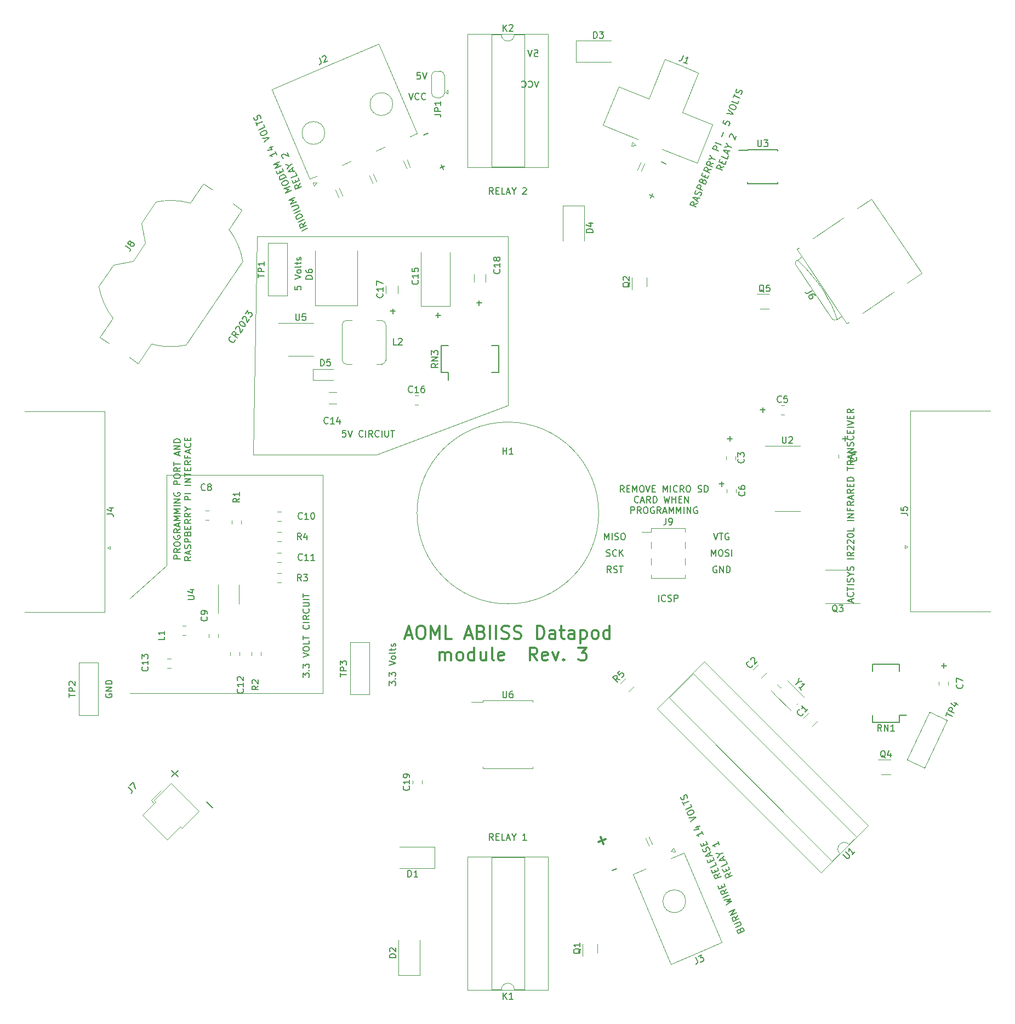
<source format=gbr>
G04 #@! TF.GenerationSoftware,KiCad,Pcbnew,5.1.5-52549c5~84~ubuntu18.04.1*
G04 #@! TF.CreationDate,2020-02-04T16:57:14-05:00*
G04 #@! TF.ProjectId,datapod,64617461-706f-4642-9e6b-696361645f70,1*
G04 #@! TF.SameCoordinates,Original*
G04 #@! TF.FileFunction,Legend,Top*
G04 #@! TF.FilePolarity,Positive*
%FSLAX46Y46*%
G04 Gerber Fmt 4.6, Leading zero omitted, Abs format (unit mm)*
G04 Created by KiCad (PCBNEW 5.1.5-52549c5~84~ubuntu18.04.1) date 2020-02-04 16:57:14*
%MOMM*%
%LPD*%
G04 APERTURE LIST*
%ADD10C,0.150000*%
%ADD11C,0.300000*%
%ADD12C,0.120000*%
%ADD13C,0.350000*%
G04 APERTURE END LIST*
D10*
X105083333Y-29952380D02*
X104750000Y-30952380D01*
X104416666Y-29952380D01*
X103511904Y-30857142D02*
X103559523Y-30904761D01*
X103702380Y-30952380D01*
X103797619Y-30952380D01*
X103940476Y-30904761D01*
X104035714Y-30809523D01*
X104083333Y-30714285D01*
X104130952Y-30523809D01*
X104130952Y-30380952D01*
X104083333Y-30190476D01*
X104035714Y-30095238D01*
X103940476Y-30000000D01*
X103797619Y-29952380D01*
X103702380Y-29952380D01*
X103559523Y-30000000D01*
X103511904Y-30047619D01*
X102511904Y-30857142D02*
X102559523Y-30904761D01*
X102702380Y-30952380D01*
X102797619Y-30952380D01*
X102940476Y-30904761D01*
X103035714Y-30809523D01*
X103083333Y-30714285D01*
X103130952Y-30523809D01*
X103130952Y-30380952D01*
X103083333Y-30190476D01*
X103035714Y-30095238D01*
X102940476Y-30000000D01*
X102797619Y-29952380D01*
X102702380Y-29952380D01*
X102559523Y-30000000D01*
X102511904Y-30047619D01*
X104440476Y-25202380D02*
X104916666Y-25202380D01*
X104964285Y-25678571D01*
X104916666Y-25630952D01*
X104821428Y-25583333D01*
X104583333Y-25583333D01*
X104488095Y-25630952D01*
X104440476Y-25678571D01*
X104392857Y-25773809D01*
X104392857Y-26011904D01*
X104440476Y-26107142D01*
X104488095Y-26154761D01*
X104583333Y-26202380D01*
X104821428Y-26202380D01*
X104916666Y-26154761D01*
X104964285Y-26107142D01*
X104107142Y-25202380D02*
X103773809Y-26202380D01*
X103440476Y-25202380D01*
X167312339Y-120216622D02*
X168074244Y-120216622D01*
X167693292Y-120597574D02*
X167693292Y-119835670D01*
X86804523Y-28662380D02*
X86328333Y-28662380D01*
X86280714Y-29138571D01*
X86328333Y-29090952D01*
X86423571Y-29043333D01*
X86661666Y-29043333D01*
X86756904Y-29090952D01*
X86804523Y-29138571D01*
X86852142Y-29233809D01*
X86852142Y-29471904D01*
X86804523Y-29567142D01*
X86756904Y-29614761D01*
X86661666Y-29662380D01*
X86423571Y-29662380D01*
X86328333Y-29614761D01*
X86280714Y-29567142D01*
X87137857Y-28662380D02*
X87471190Y-29662380D01*
X87804523Y-28662380D01*
X85026666Y-31837380D02*
X85360000Y-32837380D01*
X85693333Y-31837380D01*
X86598095Y-32742142D02*
X86550476Y-32789761D01*
X86407619Y-32837380D01*
X86312380Y-32837380D01*
X86169523Y-32789761D01*
X86074285Y-32694523D01*
X86026666Y-32599285D01*
X85979047Y-32408809D01*
X85979047Y-32265952D01*
X86026666Y-32075476D01*
X86074285Y-31980238D01*
X86169523Y-31885000D01*
X86312380Y-31837380D01*
X86407619Y-31837380D01*
X86550476Y-31885000D01*
X86598095Y-31932619D01*
X87598095Y-32742142D02*
X87550476Y-32789761D01*
X87407619Y-32837380D01*
X87312380Y-32837380D01*
X87169523Y-32789761D01*
X87074285Y-32694523D01*
X87026666Y-32599285D01*
X86979047Y-32408809D01*
X86979047Y-32265952D01*
X87026666Y-32075476D01*
X87074285Y-31980238D01*
X87169523Y-31885000D01*
X87312380Y-31837380D01*
X87407619Y-31837380D01*
X87550476Y-31885000D01*
X87598095Y-31932619D01*
X117162759Y-151550399D02*
X116461422Y-151848099D01*
D11*
X115419138Y-146998099D02*
X114367133Y-147444649D01*
X114669861Y-146695371D02*
X115116410Y-147747377D01*
D10*
X89847240Y-43394600D02*
X90548577Y-43096900D01*
X90346759Y-43596418D02*
X90049059Y-42895081D01*
X87307240Y-38314600D02*
X88008577Y-38016900D01*
X124080029Y-42468520D02*
X124786455Y-42753934D01*
X122175029Y-47548520D02*
X122881455Y-47833934D01*
X122385535Y-48044440D02*
X122670949Y-47338014D01*
X82169047Y-65476428D02*
X82930952Y-65476428D01*
X82550000Y-65857380D02*
X82550000Y-65095476D01*
X95504047Y-64206428D02*
X96265952Y-64206428D01*
X95885000Y-64587380D02*
X95885000Y-63825476D01*
X89154047Y-66111428D02*
X89915952Y-66111428D01*
X89535000Y-66492380D02*
X89535000Y-65730476D01*
X132969047Y-92146428D02*
X133730952Y-92146428D01*
X133350000Y-92527380D02*
X133350000Y-91765476D01*
X139319047Y-80716428D02*
X140080952Y-80716428D01*
X139700000Y-81097380D02*
X139700000Y-80335476D01*
X152019047Y-85161428D02*
X152780952Y-85161428D01*
X152400000Y-85542380D02*
X152400000Y-84780476D01*
X134239047Y-85161428D02*
X135000952Y-85161428D01*
X134620000Y-85542380D02*
X134620000Y-84780476D01*
X38235000Y-124586904D02*
X38187380Y-124682142D01*
X38187380Y-124825000D01*
X38235000Y-124967857D01*
X38330238Y-125063095D01*
X38425476Y-125110714D01*
X38615952Y-125158333D01*
X38758809Y-125158333D01*
X38949285Y-125110714D01*
X39044523Y-125063095D01*
X39139761Y-124967857D01*
X39187380Y-124825000D01*
X39187380Y-124729761D01*
X39139761Y-124586904D01*
X39092142Y-124539285D01*
X38758809Y-124539285D01*
X38758809Y-124729761D01*
X39187380Y-124110714D02*
X38187380Y-124110714D01*
X39187380Y-123539285D01*
X38187380Y-123539285D01*
X39187380Y-123063095D02*
X38187380Y-123063095D01*
X38187380Y-122825000D01*
X38235000Y-122682142D01*
X38330238Y-122586904D01*
X38425476Y-122539285D01*
X38615952Y-122491666D01*
X38758809Y-122491666D01*
X38949285Y-122539285D01*
X39044523Y-122586904D01*
X39139761Y-122682142D01*
X39187380Y-122825000D01*
X39187380Y-123063095D01*
X67397380Y-61666190D02*
X67397380Y-62142380D01*
X67873571Y-62190000D01*
X67825952Y-62142380D01*
X67778333Y-62047142D01*
X67778333Y-61809047D01*
X67825952Y-61713809D01*
X67873571Y-61666190D01*
X67968809Y-61618571D01*
X68206904Y-61618571D01*
X68302142Y-61666190D01*
X68349761Y-61713809D01*
X68397380Y-61809047D01*
X68397380Y-62047142D01*
X68349761Y-62142380D01*
X68302142Y-62190000D01*
X67397380Y-60570952D02*
X68397380Y-60237619D01*
X67397380Y-59904285D01*
X68397380Y-59428095D02*
X68349761Y-59523333D01*
X68302142Y-59570952D01*
X68206904Y-59618571D01*
X67921190Y-59618571D01*
X67825952Y-59570952D01*
X67778333Y-59523333D01*
X67730714Y-59428095D01*
X67730714Y-59285238D01*
X67778333Y-59190000D01*
X67825952Y-59142380D01*
X67921190Y-59094761D01*
X68206904Y-59094761D01*
X68302142Y-59142380D01*
X68349761Y-59190000D01*
X68397380Y-59285238D01*
X68397380Y-59428095D01*
X68397380Y-58523333D02*
X68349761Y-58618571D01*
X68254523Y-58666190D01*
X67397380Y-58666190D01*
X67730714Y-58285238D02*
X67730714Y-57904285D01*
X67397380Y-58142380D02*
X68254523Y-58142380D01*
X68349761Y-58094761D01*
X68397380Y-57999523D01*
X68397380Y-57904285D01*
X68349761Y-57618571D02*
X68397380Y-57523333D01*
X68397380Y-57332857D01*
X68349761Y-57237619D01*
X68254523Y-57190000D01*
X68206904Y-57190000D01*
X68111666Y-57237619D01*
X68064047Y-57332857D01*
X68064047Y-57475714D01*
X68016428Y-57570952D01*
X67921190Y-57618571D01*
X67873571Y-57618571D01*
X67778333Y-57570952D01*
X67730714Y-57475714D01*
X67730714Y-57332857D01*
X67778333Y-57237619D01*
X82002380Y-123276904D02*
X82002380Y-122657857D01*
X82383333Y-122991190D01*
X82383333Y-122848333D01*
X82430952Y-122753095D01*
X82478571Y-122705476D01*
X82573809Y-122657857D01*
X82811904Y-122657857D01*
X82907142Y-122705476D01*
X82954761Y-122753095D01*
X83002380Y-122848333D01*
X83002380Y-123134047D01*
X82954761Y-123229285D01*
X82907142Y-123276904D01*
X82907142Y-122229285D02*
X82954761Y-122181666D01*
X83002380Y-122229285D01*
X82954761Y-122276904D01*
X82907142Y-122229285D01*
X83002380Y-122229285D01*
X82002380Y-121848333D02*
X82002380Y-121229285D01*
X82383333Y-121562619D01*
X82383333Y-121419761D01*
X82430952Y-121324523D01*
X82478571Y-121276904D01*
X82573809Y-121229285D01*
X82811904Y-121229285D01*
X82907142Y-121276904D01*
X82954761Y-121324523D01*
X83002380Y-121419761D01*
X83002380Y-121705476D01*
X82954761Y-121800714D01*
X82907142Y-121848333D01*
X82002380Y-120181666D02*
X83002380Y-119848333D01*
X82002380Y-119515000D01*
X83002380Y-119038809D02*
X82954761Y-119134047D01*
X82907142Y-119181666D01*
X82811904Y-119229285D01*
X82526190Y-119229285D01*
X82430952Y-119181666D01*
X82383333Y-119134047D01*
X82335714Y-119038809D01*
X82335714Y-118895952D01*
X82383333Y-118800714D01*
X82430952Y-118753095D01*
X82526190Y-118705476D01*
X82811904Y-118705476D01*
X82907142Y-118753095D01*
X82954761Y-118800714D01*
X83002380Y-118895952D01*
X83002380Y-119038809D01*
X83002380Y-118134047D02*
X82954761Y-118229285D01*
X82859523Y-118276904D01*
X82002380Y-118276904D01*
X82335714Y-117895952D02*
X82335714Y-117515000D01*
X82002380Y-117753095D02*
X82859523Y-117753095D01*
X82954761Y-117705476D01*
X83002380Y-117610238D01*
X83002380Y-117515000D01*
X82954761Y-117229285D02*
X83002380Y-117134047D01*
X83002380Y-116943571D01*
X82954761Y-116848333D01*
X82859523Y-116800714D01*
X82811904Y-116800714D01*
X82716666Y-116848333D01*
X82669047Y-116943571D01*
X82669047Y-117086428D01*
X82621428Y-117181666D01*
X82526190Y-117229285D01*
X82478571Y-117229285D01*
X82383333Y-117181666D01*
X82335714Y-117086428D01*
X82335714Y-116943571D01*
X82383333Y-116848333D01*
X75287619Y-83907380D02*
X74811428Y-83907380D01*
X74763809Y-84383571D01*
X74811428Y-84335952D01*
X74906666Y-84288333D01*
X75144761Y-84288333D01*
X75240000Y-84335952D01*
X75287619Y-84383571D01*
X75335238Y-84478809D01*
X75335238Y-84716904D01*
X75287619Y-84812142D01*
X75240000Y-84859761D01*
X75144761Y-84907380D01*
X74906666Y-84907380D01*
X74811428Y-84859761D01*
X74763809Y-84812142D01*
X75620952Y-83907380D02*
X75954285Y-84907380D01*
X76287619Y-83907380D01*
X77954285Y-84812142D02*
X77906666Y-84859761D01*
X77763809Y-84907380D01*
X77668571Y-84907380D01*
X77525714Y-84859761D01*
X77430476Y-84764523D01*
X77382857Y-84669285D01*
X77335238Y-84478809D01*
X77335238Y-84335952D01*
X77382857Y-84145476D01*
X77430476Y-84050238D01*
X77525714Y-83955000D01*
X77668571Y-83907380D01*
X77763809Y-83907380D01*
X77906666Y-83955000D01*
X77954285Y-84002619D01*
X78382857Y-84907380D02*
X78382857Y-83907380D01*
X79430476Y-84907380D02*
X79097142Y-84431190D01*
X78859047Y-84907380D02*
X78859047Y-83907380D01*
X79240000Y-83907380D01*
X79335238Y-83955000D01*
X79382857Y-84002619D01*
X79430476Y-84097857D01*
X79430476Y-84240714D01*
X79382857Y-84335952D01*
X79335238Y-84383571D01*
X79240000Y-84431190D01*
X78859047Y-84431190D01*
X80430476Y-84812142D02*
X80382857Y-84859761D01*
X80240000Y-84907380D01*
X80144761Y-84907380D01*
X80001904Y-84859761D01*
X79906666Y-84764523D01*
X79859047Y-84669285D01*
X79811428Y-84478809D01*
X79811428Y-84335952D01*
X79859047Y-84145476D01*
X79906666Y-84050238D01*
X80001904Y-83955000D01*
X80144761Y-83907380D01*
X80240000Y-83907380D01*
X80382857Y-83955000D01*
X80430476Y-84002619D01*
X80859047Y-84907380D02*
X80859047Y-83907380D01*
X81335238Y-83907380D02*
X81335238Y-84716904D01*
X81382857Y-84812142D01*
X81430476Y-84859761D01*
X81525714Y-84907380D01*
X81716190Y-84907380D01*
X81811428Y-84859761D01*
X81859047Y-84812142D01*
X81906666Y-84716904D01*
X81906666Y-83907380D01*
X82240000Y-83907380D02*
X82811428Y-83907380D01*
X82525714Y-84907380D02*
X82525714Y-83907380D01*
D12*
X61595000Y-53975000D02*
X69215000Y-53975000D01*
X60960000Y-87630000D02*
X61595000Y-53975000D01*
X80010000Y-87630000D02*
X60960000Y-87630000D01*
X100330000Y-80010000D02*
X80010000Y-87630000D01*
X100330000Y-53975000D02*
X100330000Y-80010000D01*
X68580000Y-53975000D02*
X100330000Y-53975000D01*
D10*
X68667380Y-121998571D02*
X68667380Y-121379523D01*
X69048333Y-121712857D01*
X69048333Y-121570000D01*
X69095952Y-121474761D01*
X69143571Y-121427142D01*
X69238809Y-121379523D01*
X69476904Y-121379523D01*
X69572142Y-121427142D01*
X69619761Y-121474761D01*
X69667380Y-121570000D01*
X69667380Y-121855714D01*
X69619761Y-121950952D01*
X69572142Y-121998571D01*
X69572142Y-120950952D02*
X69619761Y-120903333D01*
X69667380Y-120950952D01*
X69619761Y-120998571D01*
X69572142Y-120950952D01*
X69667380Y-120950952D01*
X68667380Y-120570000D02*
X68667380Y-119950952D01*
X69048333Y-120284285D01*
X69048333Y-120141428D01*
X69095952Y-120046190D01*
X69143571Y-119998571D01*
X69238809Y-119950952D01*
X69476904Y-119950952D01*
X69572142Y-119998571D01*
X69619761Y-120046190D01*
X69667380Y-120141428D01*
X69667380Y-120427142D01*
X69619761Y-120522380D01*
X69572142Y-120570000D01*
X68667380Y-118903333D02*
X69667380Y-118570000D01*
X68667380Y-118236666D01*
X68667380Y-117712857D02*
X68667380Y-117522380D01*
X68715000Y-117427142D01*
X68810238Y-117331904D01*
X69000714Y-117284285D01*
X69334047Y-117284285D01*
X69524523Y-117331904D01*
X69619761Y-117427142D01*
X69667380Y-117522380D01*
X69667380Y-117712857D01*
X69619761Y-117808095D01*
X69524523Y-117903333D01*
X69334047Y-117950952D01*
X69000714Y-117950952D01*
X68810238Y-117903333D01*
X68715000Y-117808095D01*
X68667380Y-117712857D01*
X69667380Y-116379523D02*
X69667380Y-116855714D01*
X68667380Y-116855714D01*
X68667380Y-116189047D02*
X68667380Y-115617619D01*
X69667380Y-115903333D02*
X68667380Y-115903333D01*
X69572142Y-113950952D02*
X69619761Y-113998571D01*
X69667380Y-114141428D01*
X69667380Y-114236666D01*
X69619761Y-114379523D01*
X69524523Y-114474761D01*
X69429285Y-114522380D01*
X69238809Y-114570000D01*
X69095952Y-114570000D01*
X68905476Y-114522380D01*
X68810238Y-114474761D01*
X68715000Y-114379523D01*
X68667380Y-114236666D01*
X68667380Y-114141428D01*
X68715000Y-113998571D01*
X68762619Y-113950952D01*
X69667380Y-113522380D02*
X68667380Y-113522380D01*
X69667380Y-112474761D02*
X69191190Y-112808095D01*
X69667380Y-113046190D02*
X68667380Y-113046190D01*
X68667380Y-112665238D01*
X68715000Y-112570000D01*
X68762619Y-112522380D01*
X68857857Y-112474761D01*
X69000714Y-112474761D01*
X69095952Y-112522380D01*
X69143571Y-112570000D01*
X69191190Y-112665238D01*
X69191190Y-113046190D01*
X69572142Y-111474761D02*
X69619761Y-111522380D01*
X69667380Y-111665238D01*
X69667380Y-111760476D01*
X69619761Y-111903333D01*
X69524523Y-111998571D01*
X69429285Y-112046190D01*
X69238809Y-112093809D01*
X69095952Y-112093809D01*
X68905476Y-112046190D01*
X68810238Y-111998571D01*
X68715000Y-111903333D01*
X68667380Y-111760476D01*
X68667380Y-111665238D01*
X68715000Y-111522380D01*
X68762619Y-111474761D01*
X68667380Y-111046190D02*
X69476904Y-111046190D01*
X69572142Y-110998571D01*
X69619761Y-110950952D01*
X69667380Y-110855714D01*
X69667380Y-110665238D01*
X69619761Y-110570000D01*
X69572142Y-110522380D01*
X69476904Y-110474761D01*
X68667380Y-110474761D01*
X69667380Y-109998571D02*
X68667380Y-109998571D01*
X68667380Y-109665238D02*
X68667380Y-109093809D01*
X69667380Y-109379523D02*
X68667380Y-109379523D01*
D12*
X47625000Y-104775000D02*
X47625000Y-90805000D01*
X41910000Y-109855000D02*
X47625000Y-104775000D01*
X71755000Y-124460000D02*
X41910000Y-124460000D01*
X71755000Y-90805000D02*
X71755000Y-124460000D01*
X47625000Y-90805000D02*
X71755000Y-90805000D01*
D10*
X118269523Y-93417380D02*
X117936190Y-92941190D01*
X117698095Y-93417380D02*
X117698095Y-92417380D01*
X118079047Y-92417380D01*
X118174285Y-92465000D01*
X118221904Y-92512619D01*
X118269523Y-92607857D01*
X118269523Y-92750714D01*
X118221904Y-92845952D01*
X118174285Y-92893571D01*
X118079047Y-92941190D01*
X117698095Y-92941190D01*
X118698095Y-92893571D02*
X119031428Y-92893571D01*
X119174285Y-93417380D02*
X118698095Y-93417380D01*
X118698095Y-92417380D01*
X119174285Y-92417380D01*
X119602857Y-93417380D02*
X119602857Y-92417380D01*
X119936190Y-93131666D01*
X120269523Y-92417380D01*
X120269523Y-93417380D01*
X120936190Y-92417380D02*
X121126666Y-92417380D01*
X121221904Y-92465000D01*
X121317142Y-92560238D01*
X121364761Y-92750714D01*
X121364761Y-93084047D01*
X121317142Y-93274523D01*
X121221904Y-93369761D01*
X121126666Y-93417380D01*
X120936190Y-93417380D01*
X120840952Y-93369761D01*
X120745714Y-93274523D01*
X120698095Y-93084047D01*
X120698095Y-92750714D01*
X120745714Y-92560238D01*
X120840952Y-92465000D01*
X120936190Y-92417380D01*
X121650476Y-92417380D02*
X121983809Y-93417380D01*
X122317142Y-92417380D01*
X122650476Y-92893571D02*
X122983809Y-92893571D01*
X123126666Y-93417380D02*
X122650476Y-93417380D01*
X122650476Y-92417380D01*
X123126666Y-92417380D01*
X124317142Y-93417380D02*
X124317142Y-92417380D01*
X124650476Y-93131666D01*
X124983809Y-92417380D01*
X124983809Y-93417380D01*
X125460000Y-93417380D02*
X125460000Y-92417380D01*
X126507619Y-93322142D02*
X126460000Y-93369761D01*
X126317142Y-93417380D01*
X126221904Y-93417380D01*
X126079047Y-93369761D01*
X125983809Y-93274523D01*
X125936190Y-93179285D01*
X125888571Y-92988809D01*
X125888571Y-92845952D01*
X125936190Y-92655476D01*
X125983809Y-92560238D01*
X126079047Y-92465000D01*
X126221904Y-92417380D01*
X126317142Y-92417380D01*
X126460000Y-92465000D01*
X126507619Y-92512619D01*
X127507619Y-93417380D02*
X127174285Y-92941190D01*
X126936190Y-93417380D02*
X126936190Y-92417380D01*
X127317142Y-92417380D01*
X127412380Y-92465000D01*
X127460000Y-92512619D01*
X127507619Y-92607857D01*
X127507619Y-92750714D01*
X127460000Y-92845952D01*
X127412380Y-92893571D01*
X127317142Y-92941190D01*
X126936190Y-92941190D01*
X128126666Y-92417380D02*
X128317142Y-92417380D01*
X128412380Y-92465000D01*
X128507619Y-92560238D01*
X128555238Y-92750714D01*
X128555238Y-93084047D01*
X128507619Y-93274523D01*
X128412380Y-93369761D01*
X128317142Y-93417380D01*
X128126666Y-93417380D01*
X128031428Y-93369761D01*
X127936190Y-93274523D01*
X127888571Y-93084047D01*
X127888571Y-92750714D01*
X127936190Y-92560238D01*
X128031428Y-92465000D01*
X128126666Y-92417380D01*
X129698095Y-93369761D02*
X129840952Y-93417380D01*
X130079047Y-93417380D01*
X130174285Y-93369761D01*
X130221904Y-93322142D01*
X130269523Y-93226904D01*
X130269523Y-93131666D01*
X130221904Y-93036428D01*
X130174285Y-92988809D01*
X130079047Y-92941190D01*
X129888571Y-92893571D01*
X129793333Y-92845952D01*
X129745714Y-92798333D01*
X129698095Y-92703095D01*
X129698095Y-92607857D01*
X129745714Y-92512619D01*
X129793333Y-92465000D01*
X129888571Y-92417380D01*
X130126666Y-92417380D01*
X130269523Y-92465000D01*
X130698095Y-93417380D02*
X130698095Y-92417380D01*
X130936190Y-92417380D01*
X131079047Y-92465000D01*
X131174285Y-92560238D01*
X131221904Y-92655476D01*
X131269523Y-92845952D01*
X131269523Y-92988809D01*
X131221904Y-93179285D01*
X131174285Y-93274523D01*
X131079047Y-93369761D01*
X130936190Y-93417380D01*
X130698095Y-93417380D01*
X120507619Y-94972142D02*
X120460000Y-95019761D01*
X120317142Y-95067380D01*
X120221904Y-95067380D01*
X120079047Y-95019761D01*
X119983809Y-94924523D01*
X119936190Y-94829285D01*
X119888571Y-94638809D01*
X119888571Y-94495952D01*
X119936190Y-94305476D01*
X119983809Y-94210238D01*
X120079047Y-94115000D01*
X120221904Y-94067380D01*
X120317142Y-94067380D01*
X120460000Y-94115000D01*
X120507619Y-94162619D01*
X120888571Y-94781666D02*
X121364761Y-94781666D01*
X120793333Y-95067380D02*
X121126666Y-94067380D01*
X121460000Y-95067380D01*
X122364761Y-95067380D02*
X122031428Y-94591190D01*
X121793333Y-95067380D02*
X121793333Y-94067380D01*
X122174285Y-94067380D01*
X122269523Y-94115000D01*
X122317142Y-94162619D01*
X122364761Y-94257857D01*
X122364761Y-94400714D01*
X122317142Y-94495952D01*
X122269523Y-94543571D01*
X122174285Y-94591190D01*
X121793333Y-94591190D01*
X122793333Y-95067380D02*
X122793333Y-94067380D01*
X123031428Y-94067380D01*
X123174285Y-94115000D01*
X123269523Y-94210238D01*
X123317142Y-94305476D01*
X123364761Y-94495952D01*
X123364761Y-94638809D01*
X123317142Y-94829285D01*
X123269523Y-94924523D01*
X123174285Y-95019761D01*
X123031428Y-95067380D01*
X122793333Y-95067380D01*
X124460000Y-94067380D02*
X124698095Y-95067380D01*
X124888571Y-94353095D01*
X125079047Y-95067380D01*
X125317142Y-94067380D01*
X125698095Y-95067380D02*
X125698095Y-94067380D01*
X125698095Y-94543571D02*
X126269523Y-94543571D01*
X126269523Y-95067380D02*
X126269523Y-94067380D01*
X126745714Y-94543571D02*
X127079047Y-94543571D01*
X127221904Y-95067380D02*
X126745714Y-95067380D01*
X126745714Y-94067380D01*
X127221904Y-94067380D01*
X127650476Y-95067380D02*
X127650476Y-94067380D01*
X128221904Y-95067380D01*
X128221904Y-94067380D01*
X119340952Y-96717380D02*
X119340952Y-95717380D01*
X119721904Y-95717380D01*
X119817142Y-95765000D01*
X119864761Y-95812619D01*
X119912380Y-95907857D01*
X119912380Y-96050714D01*
X119864761Y-96145952D01*
X119817142Y-96193571D01*
X119721904Y-96241190D01*
X119340952Y-96241190D01*
X120912380Y-96717380D02*
X120579047Y-96241190D01*
X120340952Y-96717380D02*
X120340952Y-95717380D01*
X120721904Y-95717380D01*
X120817142Y-95765000D01*
X120864761Y-95812619D01*
X120912380Y-95907857D01*
X120912380Y-96050714D01*
X120864761Y-96145952D01*
X120817142Y-96193571D01*
X120721904Y-96241190D01*
X120340952Y-96241190D01*
X121531428Y-95717380D02*
X121721904Y-95717380D01*
X121817142Y-95765000D01*
X121912380Y-95860238D01*
X121960000Y-96050714D01*
X121960000Y-96384047D01*
X121912380Y-96574523D01*
X121817142Y-96669761D01*
X121721904Y-96717380D01*
X121531428Y-96717380D01*
X121436190Y-96669761D01*
X121340952Y-96574523D01*
X121293333Y-96384047D01*
X121293333Y-96050714D01*
X121340952Y-95860238D01*
X121436190Y-95765000D01*
X121531428Y-95717380D01*
X122912380Y-95765000D02*
X122817142Y-95717380D01*
X122674285Y-95717380D01*
X122531428Y-95765000D01*
X122436190Y-95860238D01*
X122388571Y-95955476D01*
X122340952Y-96145952D01*
X122340952Y-96288809D01*
X122388571Y-96479285D01*
X122436190Y-96574523D01*
X122531428Y-96669761D01*
X122674285Y-96717380D01*
X122769523Y-96717380D01*
X122912380Y-96669761D01*
X122960000Y-96622142D01*
X122960000Y-96288809D01*
X122769523Y-96288809D01*
X123960000Y-96717380D02*
X123626666Y-96241190D01*
X123388571Y-96717380D02*
X123388571Y-95717380D01*
X123769523Y-95717380D01*
X123864761Y-95765000D01*
X123912380Y-95812619D01*
X123960000Y-95907857D01*
X123960000Y-96050714D01*
X123912380Y-96145952D01*
X123864761Y-96193571D01*
X123769523Y-96241190D01*
X123388571Y-96241190D01*
X124340952Y-96431666D02*
X124817142Y-96431666D01*
X124245714Y-96717380D02*
X124579047Y-95717380D01*
X124912380Y-96717380D01*
X125245714Y-96717380D02*
X125245714Y-95717380D01*
X125579047Y-96431666D01*
X125912380Y-95717380D01*
X125912380Y-96717380D01*
X126388571Y-96717380D02*
X126388571Y-95717380D01*
X126721904Y-96431666D01*
X127055238Y-95717380D01*
X127055238Y-96717380D01*
X127531428Y-96717380D02*
X127531428Y-95717380D01*
X128007619Y-96717380D02*
X128007619Y-95717380D01*
X128579047Y-96717380D01*
X128579047Y-95717380D01*
X129579047Y-95765000D02*
X129483809Y-95717380D01*
X129340952Y-95717380D01*
X129198095Y-95765000D01*
X129102857Y-95860238D01*
X129055238Y-95955476D01*
X129007619Y-96145952D01*
X129007619Y-96288809D01*
X129055238Y-96479285D01*
X129102857Y-96574523D01*
X129198095Y-96669761D01*
X129340952Y-96717380D01*
X129436190Y-96717380D01*
X129579047Y-96669761D01*
X129626666Y-96622142D01*
X129626666Y-96288809D01*
X129436190Y-96288809D01*
X49727380Y-103738095D02*
X48727380Y-103738095D01*
X48727380Y-103357142D01*
X48775000Y-103261904D01*
X48822619Y-103214285D01*
X48917857Y-103166666D01*
X49060714Y-103166666D01*
X49155952Y-103214285D01*
X49203571Y-103261904D01*
X49251190Y-103357142D01*
X49251190Y-103738095D01*
X49727380Y-102166666D02*
X49251190Y-102500000D01*
X49727380Y-102738095D02*
X48727380Y-102738095D01*
X48727380Y-102357142D01*
X48775000Y-102261904D01*
X48822619Y-102214285D01*
X48917857Y-102166666D01*
X49060714Y-102166666D01*
X49155952Y-102214285D01*
X49203571Y-102261904D01*
X49251190Y-102357142D01*
X49251190Y-102738095D01*
X48727380Y-101547619D02*
X48727380Y-101357142D01*
X48775000Y-101261904D01*
X48870238Y-101166666D01*
X49060714Y-101119047D01*
X49394047Y-101119047D01*
X49584523Y-101166666D01*
X49679761Y-101261904D01*
X49727380Y-101357142D01*
X49727380Y-101547619D01*
X49679761Y-101642857D01*
X49584523Y-101738095D01*
X49394047Y-101785714D01*
X49060714Y-101785714D01*
X48870238Y-101738095D01*
X48775000Y-101642857D01*
X48727380Y-101547619D01*
X48775000Y-100166666D02*
X48727380Y-100261904D01*
X48727380Y-100404761D01*
X48775000Y-100547619D01*
X48870238Y-100642857D01*
X48965476Y-100690476D01*
X49155952Y-100738095D01*
X49298809Y-100738095D01*
X49489285Y-100690476D01*
X49584523Y-100642857D01*
X49679761Y-100547619D01*
X49727380Y-100404761D01*
X49727380Y-100309523D01*
X49679761Y-100166666D01*
X49632142Y-100119047D01*
X49298809Y-100119047D01*
X49298809Y-100309523D01*
X49727380Y-99119047D02*
X49251190Y-99452380D01*
X49727380Y-99690476D02*
X48727380Y-99690476D01*
X48727380Y-99309523D01*
X48775000Y-99214285D01*
X48822619Y-99166666D01*
X48917857Y-99119047D01*
X49060714Y-99119047D01*
X49155952Y-99166666D01*
X49203571Y-99214285D01*
X49251190Y-99309523D01*
X49251190Y-99690476D01*
X49441666Y-98738095D02*
X49441666Y-98261904D01*
X49727380Y-98833333D02*
X48727380Y-98500000D01*
X49727380Y-98166666D01*
X49727380Y-97833333D02*
X48727380Y-97833333D01*
X49441666Y-97500000D01*
X48727380Y-97166666D01*
X49727380Y-97166666D01*
X49727380Y-96690476D02*
X48727380Y-96690476D01*
X49441666Y-96357142D01*
X48727380Y-96023809D01*
X49727380Y-96023809D01*
X49727380Y-95547619D02*
X48727380Y-95547619D01*
X49727380Y-95071428D02*
X48727380Y-95071428D01*
X49727380Y-94500000D01*
X48727380Y-94500000D01*
X48775000Y-93500000D02*
X48727380Y-93595238D01*
X48727380Y-93738095D01*
X48775000Y-93880952D01*
X48870238Y-93976190D01*
X48965476Y-94023809D01*
X49155952Y-94071428D01*
X49298809Y-94071428D01*
X49489285Y-94023809D01*
X49584523Y-93976190D01*
X49679761Y-93880952D01*
X49727380Y-93738095D01*
X49727380Y-93642857D01*
X49679761Y-93500000D01*
X49632142Y-93452380D01*
X49298809Y-93452380D01*
X49298809Y-93642857D01*
X49727380Y-92261904D02*
X48727380Y-92261904D01*
X48727380Y-91880952D01*
X48775000Y-91785714D01*
X48822619Y-91738095D01*
X48917857Y-91690476D01*
X49060714Y-91690476D01*
X49155952Y-91738095D01*
X49203571Y-91785714D01*
X49251190Y-91880952D01*
X49251190Y-92261904D01*
X48727380Y-91071428D02*
X48727380Y-90880952D01*
X48775000Y-90785714D01*
X48870238Y-90690476D01*
X49060714Y-90642857D01*
X49394047Y-90642857D01*
X49584523Y-90690476D01*
X49679761Y-90785714D01*
X49727380Y-90880952D01*
X49727380Y-91071428D01*
X49679761Y-91166666D01*
X49584523Y-91261904D01*
X49394047Y-91309523D01*
X49060714Y-91309523D01*
X48870238Y-91261904D01*
X48775000Y-91166666D01*
X48727380Y-91071428D01*
X49727380Y-89642857D02*
X49251190Y-89976190D01*
X49727380Y-90214285D02*
X48727380Y-90214285D01*
X48727380Y-89833333D01*
X48775000Y-89738095D01*
X48822619Y-89690476D01*
X48917857Y-89642857D01*
X49060714Y-89642857D01*
X49155952Y-89690476D01*
X49203571Y-89738095D01*
X49251190Y-89833333D01*
X49251190Y-90214285D01*
X48727380Y-89357142D02*
X48727380Y-88785714D01*
X49727380Y-89071428D02*
X48727380Y-89071428D01*
X49441666Y-87738095D02*
X49441666Y-87261904D01*
X49727380Y-87833333D02*
X48727380Y-87500000D01*
X49727380Y-87166666D01*
X49727380Y-86833333D02*
X48727380Y-86833333D01*
X49727380Y-86261904D01*
X48727380Y-86261904D01*
X49727380Y-85785714D02*
X48727380Y-85785714D01*
X48727380Y-85547619D01*
X48775000Y-85404761D01*
X48870238Y-85309523D01*
X48965476Y-85261904D01*
X49155952Y-85214285D01*
X49298809Y-85214285D01*
X49489285Y-85261904D01*
X49584523Y-85309523D01*
X49679761Y-85404761D01*
X49727380Y-85547619D01*
X49727380Y-85785714D01*
X51377380Y-103380952D02*
X50901190Y-103714285D01*
X51377380Y-103952380D02*
X50377380Y-103952380D01*
X50377380Y-103571428D01*
X50425000Y-103476190D01*
X50472619Y-103428571D01*
X50567857Y-103380952D01*
X50710714Y-103380952D01*
X50805952Y-103428571D01*
X50853571Y-103476190D01*
X50901190Y-103571428D01*
X50901190Y-103952380D01*
X51091666Y-103000000D02*
X51091666Y-102523809D01*
X51377380Y-103095238D02*
X50377380Y-102761904D01*
X51377380Y-102428571D01*
X51329761Y-102142857D02*
X51377380Y-102000000D01*
X51377380Y-101761904D01*
X51329761Y-101666666D01*
X51282142Y-101619047D01*
X51186904Y-101571428D01*
X51091666Y-101571428D01*
X50996428Y-101619047D01*
X50948809Y-101666666D01*
X50901190Y-101761904D01*
X50853571Y-101952380D01*
X50805952Y-102047619D01*
X50758333Y-102095238D01*
X50663095Y-102142857D01*
X50567857Y-102142857D01*
X50472619Y-102095238D01*
X50425000Y-102047619D01*
X50377380Y-101952380D01*
X50377380Y-101714285D01*
X50425000Y-101571428D01*
X51377380Y-101142857D02*
X50377380Y-101142857D01*
X50377380Y-100761904D01*
X50425000Y-100666666D01*
X50472619Y-100619047D01*
X50567857Y-100571428D01*
X50710714Y-100571428D01*
X50805952Y-100619047D01*
X50853571Y-100666666D01*
X50901190Y-100761904D01*
X50901190Y-101142857D01*
X50853571Y-99809523D02*
X50901190Y-99666666D01*
X50948809Y-99619047D01*
X51044047Y-99571428D01*
X51186904Y-99571428D01*
X51282142Y-99619047D01*
X51329761Y-99666666D01*
X51377380Y-99761904D01*
X51377380Y-100142857D01*
X50377380Y-100142857D01*
X50377380Y-99809523D01*
X50425000Y-99714285D01*
X50472619Y-99666666D01*
X50567857Y-99619047D01*
X50663095Y-99619047D01*
X50758333Y-99666666D01*
X50805952Y-99714285D01*
X50853571Y-99809523D01*
X50853571Y-100142857D01*
X50853571Y-99142857D02*
X50853571Y-98809523D01*
X51377380Y-98666666D02*
X51377380Y-99142857D01*
X50377380Y-99142857D01*
X50377380Y-98666666D01*
X51377380Y-97666666D02*
X50901190Y-98000000D01*
X51377380Y-98238095D02*
X50377380Y-98238095D01*
X50377380Y-97857142D01*
X50425000Y-97761904D01*
X50472619Y-97714285D01*
X50567857Y-97666666D01*
X50710714Y-97666666D01*
X50805952Y-97714285D01*
X50853571Y-97761904D01*
X50901190Y-97857142D01*
X50901190Y-98238095D01*
X51377380Y-96666666D02*
X50901190Y-97000000D01*
X51377380Y-97238095D02*
X50377380Y-97238095D01*
X50377380Y-96857142D01*
X50425000Y-96761904D01*
X50472619Y-96714285D01*
X50567857Y-96666666D01*
X50710714Y-96666666D01*
X50805952Y-96714285D01*
X50853571Y-96761904D01*
X50901190Y-96857142D01*
X50901190Y-97238095D01*
X50901190Y-96047619D02*
X51377380Y-96047619D01*
X50377380Y-96380952D02*
X50901190Y-96047619D01*
X50377380Y-95714285D01*
X51377380Y-94619047D02*
X50377380Y-94619047D01*
X50377380Y-94238095D01*
X50425000Y-94142857D01*
X50472619Y-94095238D01*
X50567857Y-94047619D01*
X50710714Y-94047619D01*
X50805952Y-94095238D01*
X50853571Y-94142857D01*
X50901190Y-94238095D01*
X50901190Y-94619047D01*
X51377380Y-93619047D02*
X50377380Y-93619047D01*
X51377380Y-92380952D02*
X50377380Y-92380952D01*
X51377380Y-91904761D02*
X50377380Y-91904761D01*
X51377380Y-91333333D01*
X50377380Y-91333333D01*
X50377380Y-91000000D02*
X50377380Y-90428571D01*
X51377380Y-90714285D02*
X50377380Y-90714285D01*
X50853571Y-90095238D02*
X50853571Y-89761904D01*
X51377380Y-89619047D02*
X51377380Y-90095238D01*
X50377380Y-90095238D01*
X50377380Y-89619047D01*
X51377380Y-88619047D02*
X50901190Y-88952380D01*
X51377380Y-89190476D02*
X50377380Y-89190476D01*
X50377380Y-88809523D01*
X50425000Y-88714285D01*
X50472619Y-88666666D01*
X50567857Y-88619047D01*
X50710714Y-88619047D01*
X50805952Y-88666666D01*
X50853571Y-88714285D01*
X50901190Y-88809523D01*
X50901190Y-89190476D01*
X50853571Y-87857142D02*
X50853571Y-88190476D01*
X51377380Y-88190476D02*
X50377380Y-88190476D01*
X50377380Y-87714285D01*
X51091666Y-87380952D02*
X51091666Y-86904761D01*
X51377380Y-87476190D02*
X50377380Y-87142857D01*
X51377380Y-86809523D01*
X51282142Y-85904761D02*
X51329761Y-85952380D01*
X51377380Y-86095238D01*
X51377380Y-86190476D01*
X51329761Y-86333333D01*
X51234523Y-86428571D01*
X51139285Y-86476190D01*
X50948809Y-86523809D01*
X50805952Y-86523809D01*
X50615476Y-86476190D01*
X50520238Y-86428571D01*
X50425000Y-86333333D01*
X50377380Y-86190476D01*
X50377380Y-86095238D01*
X50425000Y-85952380D01*
X50472619Y-85904761D01*
X50853571Y-85476190D02*
X50853571Y-85142857D01*
X51377380Y-85000000D02*
X51377380Y-85476190D01*
X50377380Y-85476190D01*
X50377380Y-85000000D01*
X153466666Y-110404761D02*
X153466666Y-109928571D01*
X153752380Y-110500000D02*
X152752380Y-110166666D01*
X153752380Y-109833333D01*
X153657142Y-108928571D02*
X153704761Y-108976190D01*
X153752380Y-109119047D01*
X153752380Y-109214285D01*
X153704761Y-109357142D01*
X153609523Y-109452380D01*
X153514285Y-109500000D01*
X153323809Y-109547619D01*
X153180952Y-109547619D01*
X152990476Y-109500000D01*
X152895238Y-109452380D01*
X152800000Y-109357142D01*
X152752380Y-109214285D01*
X152752380Y-109119047D01*
X152800000Y-108976190D01*
X152847619Y-108928571D01*
X152752380Y-108642857D02*
X152752380Y-108071428D01*
X153752380Y-108357142D02*
X152752380Y-108357142D01*
X153752380Y-107738095D02*
X152752380Y-107738095D01*
X153704761Y-107309523D02*
X153752380Y-107166666D01*
X153752380Y-106928571D01*
X153704761Y-106833333D01*
X153657142Y-106785714D01*
X153561904Y-106738095D01*
X153466666Y-106738095D01*
X153371428Y-106785714D01*
X153323809Y-106833333D01*
X153276190Y-106928571D01*
X153228571Y-107119047D01*
X153180952Y-107214285D01*
X153133333Y-107261904D01*
X153038095Y-107309523D01*
X152942857Y-107309523D01*
X152847619Y-107261904D01*
X152800000Y-107214285D01*
X152752380Y-107119047D01*
X152752380Y-106880952D01*
X152800000Y-106738095D01*
X153276190Y-106119047D02*
X153752380Y-106119047D01*
X152752380Y-106452380D02*
X153276190Y-106119047D01*
X152752380Y-105785714D01*
X153704761Y-105500000D02*
X153752380Y-105357142D01*
X153752380Y-105119047D01*
X153704761Y-105023809D01*
X153657142Y-104976190D01*
X153561904Y-104928571D01*
X153466666Y-104928571D01*
X153371428Y-104976190D01*
X153323809Y-105023809D01*
X153276190Y-105119047D01*
X153228571Y-105309523D01*
X153180952Y-105404761D01*
X153133333Y-105452380D01*
X153038095Y-105500000D01*
X152942857Y-105500000D01*
X152847619Y-105452380D01*
X152800000Y-105404761D01*
X152752380Y-105309523D01*
X152752380Y-105071428D01*
X152800000Y-104928571D01*
X153752380Y-103738095D02*
X152752380Y-103738095D01*
X153752380Y-102690476D02*
X153276190Y-103023809D01*
X153752380Y-103261904D02*
X152752380Y-103261904D01*
X152752380Y-102880952D01*
X152800000Y-102785714D01*
X152847619Y-102738095D01*
X152942857Y-102690476D01*
X153085714Y-102690476D01*
X153180952Y-102738095D01*
X153228571Y-102785714D01*
X153276190Y-102880952D01*
X153276190Y-103261904D01*
X152847619Y-102309523D02*
X152800000Y-102261904D01*
X152752380Y-102166666D01*
X152752380Y-101928571D01*
X152800000Y-101833333D01*
X152847619Y-101785714D01*
X152942857Y-101738095D01*
X153038095Y-101738095D01*
X153180952Y-101785714D01*
X153752380Y-102357142D01*
X153752380Y-101738095D01*
X152847619Y-101357142D02*
X152800000Y-101309523D01*
X152752380Y-101214285D01*
X152752380Y-100976190D01*
X152800000Y-100880952D01*
X152847619Y-100833333D01*
X152942857Y-100785714D01*
X153038095Y-100785714D01*
X153180952Y-100833333D01*
X153752380Y-101404761D01*
X153752380Y-100785714D01*
X152752380Y-100166666D02*
X152752380Y-100071428D01*
X152800000Y-99976190D01*
X152847619Y-99928571D01*
X152942857Y-99880952D01*
X153133333Y-99833333D01*
X153371428Y-99833333D01*
X153561904Y-99880952D01*
X153657142Y-99928571D01*
X153704761Y-99976190D01*
X153752380Y-100071428D01*
X153752380Y-100166666D01*
X153704761Y-100261904D01*
X153657142Y-100309523D01*
X153561904Y-100357142D01*
X153371428Y-100404761D01*
X153133333Y-100404761D01*
X152942857Y-100357142D01*
X152847619Y-100309523D01*
X152800000Y-100261904D01*
X152752380Y-100166666D01*
X153752380Y-98928571D02*
X153752380Y-99404761D01*
X152752380Y-99404761D01*
X153752380Y-97833333D02*
X152752380Y-97833333D01*
X153752380Y-97357142D02*
X152752380Y-97357142D01*
X153752380Y-96785714D01*
X152752380Y-96785714D01*
X153228571Y-95976190D02*
X153228571Y-96309523D01*
X153752380Y-96309523D02*
X152752380Y-96309523D01*
X152752380Y-95833333D01*
X153752380Y-94880952D02*
X153276190Y-95214285D01*
X153752380Y-95452380D02*
X152752380Y-95452380D01*
X152752380Y-95071428D01*
X152800000Y-94976190D01*
X152847619Y-94928571D01*
X152942857Y-94880952D01*
X153085714Y-94880952D01*
X153180952Y-94928571D01*
X153228571Y-94976190D01*
X153276190Y-95071428D01*
X153276190Y-95452380D01*
X153466666Y-94500000D02*
X153466666Y-94023809D01*
X153752380Y-94595238D02*
X152752380Y-94261904D01*
X153752380Y-93928571D01*
X153752380Y-93023809D02*
X153276190Y-93357142D01*
X153752380Y-93595238D02*
X152752380Y-93595238D01*
X152752380Y-93214285D01*
X152800000Y-93119047D01*
X152847619Y-93071428D01*
X152942857Y-93023809D01*
X153085714Y-93023809D01*
X153180952Y-93071428D01*
X153228571Y-93119047D01*
X153276190Y-93214285D01*
X153276190Y-93595238D01*
X153228571Y-92595238D02*
X153228571Y-92261904D01*
X153752380Y-92119047D02*
X153752380Y-92595238D01*
X152752380Y-92595238D01*
X152752380Y-92119047D01*
X153752380Y-91690476D02*
X152752380Y-91690476D01*
X152752380Y-91452380D01*
X152800000Y-91309523D01*
X152895238Y-91214285D01*
X152990476Y-91166666D01*
X153180952Y-91119047D01*
X153323809Y-91119047D01*
X153514285Y-91166666D01*
X153609523Y-91214285D01*
X153704761Y-91309523D01*
X153752380Y-91452380D01*
X153752380Y-91690476D01*
X152752380Y-90071428D02*
X152752380Y-89500000D01*
X153752380Y-89785714D02*
X152752380Y-89785714D01*
X153752380Y-88595238D02*
X153276190Y-88928571D01*
X153752380Y-89166666D02*
X152752380Y-89166666D01*
X152752380Y-88785714D01*
X152800000Y-88690476D01*
X152847619Y-88642857D01*
X152942857Y-88595238D01*
X153085714Y-88595238D01*
X153180952Y-88642857D01*
X153228571Y-88690476D01*
X153276190Y-88785714D01*
X153276190Y-89166666D01*
X153466666Y-88214285D02*
X153466666Y-87738095D01*
X153752380Y-88309523D02*
X152752380Y-87976190D01*
X153752380Y-87642857D01*
X153752380Y-87309523D02*
X152752380Y-87309523D01*
X153752380Y-86738095D01*
X152752380Y-86738095D01*
X153704761Y-86309523D02*
X153752380Y-86166666D01*
X153752380Y-85928571D01*
X153704761Y-85833333D01*
X153657142Y-85785714D01*
X153561904Y-85738095D01*
X153466666Y-85738095D01*
X153371428Y-85785714D01*
X153323809Y-85833333D01*
X153276190Y-85928571D01*
X153228571Y-86119047D01*
X153180952Y-86214285D01*
X153133333Y-86261904D01*
X153038095Y-86309523D01*
X152942857Y-86309523D01*
X152847619Y-86261904D01*
X152800000Y-86214285D01*
X152752380Y-86119047D01*
X152752380Y-85880952D01*
X152800000Y-85738095D01*
X153657142Y-84738095D02*
X153704761Y-84785714D01*
X153752380Y-84928571D01*
X153752380Y-85023809D01*
X153704761Y-85166666D01*
X153609523Y-85261904D01*
X153514285Y-85309523D01*
X153323809Y-85357142D01*
X153180952Y-85357142D01*
X152990476Y-85309523D01*
X152895238Y-85261904D01*
X152800000Y-85166666D01*
X152752380Y-85023809D01*
X152752380Y-84928571D01*
X152800000Y-84785714D01*
X152847619Y-84738095D01*
X153228571Y-84309523D02*
X153228571Y-83976190D01*
X153752380Y-83833333D02*
X153752380Y-84309523D01*
X152752380Y-84309523D01*
X152752380Y-83833333D01*
X153752380Y-83404761D02*
X152752380Y-83404761D01*
X152752380Y-83071428D02*
X153752380Y-82738095D01*
X152752380Y-82404761D01*
X153228571Y-82071428D02*
X153228571Y-81738095D01*
X153752380Y-81595238D02*
X153752380Y-82071428D01*
X152752380Y-82071428D01*
X152752380Y-81595238D01*
X153752380Y-80595238D02*
X153276190Y-80928571D01*
X153752380Y-81166666D02*
X152752380Y-81166666D01*
X152752380Y-80785714D01*
X152800000Y-80690476D01*
X152847619Y-80642857D01*
X152942857Y-80595238D01*
X153085714Y-80595238D01*
X153180952Y-80642857D01*
X153228571Y-80690476D01*
X153276190Y-80785714D01*
X153276190Y-81166666D01*
X58179442Y-69881742D02*
X58192292Y-69947849D01*
X58151885Y-70092911D01*
X58098629Y-70171867D01*
X57979266Y-70263672D01*
X57847054Y-70289372D01*
X57741469Y-70275593D01*
X57556929Y-70208558D01*
X57438495Y-70128674D01*
X57307212Y-69982683D01*
X57254884Y-69889948D01*
X57229184Y-69757736D01*
X57269591Y-69612674D01*
X57322848Y-69533718D01*
X57442210Y-69441912D01*
X57508316Y-69429062D01*
X58817591Y-69105961D02*
X58236414Y-69116025D01*
X58498052Y-69579697D02*
X57669015Y-69020504D01*
X57882040Y-68704680D01*
X57974775Y-68652353D01*
X58040881Y-68639503D01*
X58146465Y-68653281D01*
X58264899Y-68733166D01*
X58317227Y-68825900D01*
X58330077Y-68892007D01*
X58316298Y-68997591D01*
X58103272Y-69313415D01*
X58280535Y-68284201D02*
X58267685Y-68218095D01*
X58281464Y-68112511D01*
X58414605Y-67915121D01*
X58507340Y-67862793D01*
X58573446Y-67849943D01*
X58679030Y-67863722D01*
X58757986Y-67916978D01*
X58849792Y-68036341D01*
X59003989Y-68829615D01*
X59350156Y-68316402D01*
X58867285Y-67243995D02*
X58920542Y-67165039D01*
X59013276Y-67112711D01*
X59079382Y-67099862D01*
X59184966Y-67113640D01*
X59369507Y-67180675D01*
X59566896Y-67313816D01*
X59698180Y-67459807D01*
X59750508Y-67552542D01*
X59763358Y-67618648D01*
X59749579Y-67724232D01*
X59696323Y-67803188D01*
X59603588Y-67855516D01*
X59537482Y-67868365D01*
X59431898Y-67854587D01*
X59247358Y-67787552D01*
X59049968Y-67654411D01*
X58918684Y-67508420D01*
X58866356Y-67415685D01*
X58853507Y-67349579D01*
X58867285Y-67243995D01*
X59345665Y-66705082D02*
X59332815Y-66638976D01*
X59346593Y-66533391D01*
X59479734Y-66336001D01*
X59572469Y-66283674D01*
X59638575Y-66270824D01*
X59744159Y-66284603D01*
X59823115Y-66337859D01*
X59914921Y-66457222D01*
X60069118Y-67250496D01*
X60415285Y-66737282D01*
X59772645Y-65901744D02*
X60118812Y-65388530D01*
X60248238Y-65877902D01*
X60328123Y-65759468D01*
X60420857Y-65707140D01*
X60486964Y-65694290D01*
X60592548Y-65708069D01*
X60789938Y-65841210D01*
X60842265Y-65933944D01*
X60855115Y-66000051D01*
X60841337Y-66105635D01*
X60681567Y-66342503D01*
X60588833Y-66394830D01*
X60522727Y-66407680D01*
X98068095Y-47442380D02*
X97734761Y-46966190D01*
X97496666Y-47442380D02*
X97496666Y-46442380D01*
X97877619Y-46442380D01*
X97972857Y-46490000D01*
X98020476Y-46537619D01*
X98068095Y-46632857D01*
X98068095Y-46775714D01*
X98020476Y-46870952D01*
X97972857Y-46918571D01*
X97877619Y-46966190D01*
X97496666Y-46966190D01*
X98496666Y-46918571D02*
X98830000Y-46918571D01*
X98972857Y-47442380D02*
X98496666Y-47442380D01*
X98496666Y-46442380D01*
X98972857Y-46442380D01*
X99877619Y-47442380D02*
X99401428Y-47442380D01*
X99401428Y-46442380D01*
X100163333Y-47156666D02*
X100639523Y-47156666D01*
X100068095Y-47442380D02*
X100401428Y-46442380D01*
X100734761Y-47442380D01*
X101258571Y-46966190D02*
X101258571Y-47442380D01*
X100925238Y-46442380D02*
X101258571Y-46966190D01*
X101591904Y-46442380D01*
X102639523Y-46537619D02*
X102687142Y-46490000D01*
X102782380Y-46442380D01*
X103020476Y-46442380D01*
X103115714Y-46490000D01*
X103163333Y-46537619D01*
X103210952Y-46632857D01*
X103210952Y-46728095D01*
X103163333Y-46870952D01*
X102591904Y-47442380D01*
X103210952Y-47442380D01*
X98068095Y-147137380D02*
X97734761Y-146661190D01*
X97496666Y-147137380D02*
X97496666Y-146137380D01*
X97877619Y-146137380D01*
X97972857Y-146185000D01*
X98020476Y-146232619D01*
X98068095Y-146327857D01*
X98068095Y-146470714D01*
X98020476Y-146565952D01*
X97972857Y-146613571D01*
X97877619Y-146661190D01*
X97496666Y-146661190D01*
X98496666Y-146613571D02*
X98830000Y-146613571D01*
X98972857Y-147137380D02*
X98496666Y-147137380D01*
X98496666Y-146137380D01*
X98972857Y-146137380D01*
X99877619Y-147137380D02*
X99401428Y-147137380D01*
X99401428Y-146137380D01*
X100163333Y-146851666D02*
X100639523Y-146851666D01*
X100068095Y-147137380D02*
X100401428Y-146137380D01*
X100734761Y-147137380D01*
X101258571Y-146661190D02*
X101258571Y-147137380D01*
X100925238Y-146137380D02*
X101258571Y-146661190D01*
X101591904Y-146137380D01*
X103210952Y-147137380D02*
X102639523Y-147137380D01*
X102925238Y-147137380D02*
X102925238Y-146137380D01*
X102830000Y-146280238D01*
X102734761Y-146375476D01*
X102639523Y-146423095D01*
X129615215Y-48889221D02*
X129048830Y-49019898D01*
X129401154Y-49419040D02*
X128473970Y-49044433D01*
X128616678Y-48691221D01*
X128696506Y-48620756D01*
X128758496Y-48594443D01*
X128864638Y-48585968D01*
X128997092Y-48639483D01*
X129067557Y-48719311D01*
X129093871Y-48781301D01*
X129102345Y-48887443D01*
X128959638Y-49240656D01*
X129493013Y-48428977D02*
X129671397Y-47987461D01*
X129722246Y-48624311D02*
X128919931Y-47940643D01*
X129971983Y-48006188D01*
X130034862Y-47723440D02*
X130132529Y-47608824D01*
X130221721Y-47388066D01*
X130213246Y-47281924D01*
X130186933Y-47219934D01*
X130116468Y-47140106D01*
X130028165Y-47104429D01*
X129922023Y-47112904D01*
X129860033Y-47139217D01*
X129780205Y-47209682D01*
X129664700Y-47368450D01*
X129584871Y-47438915D01*
X129522881Y-47465228D01*
X129416740Y-47473703D01*
X129328436Y-47438026D01*
X129257971Y-47358197D01*
X129231658Y-47296207D01*
X129223183Y-47190066D01*
X129312376Y-46969308D01*
X129410042Y-46854691D01*
X130453620Y-46814095D02*
X129526436Y-46439488D01*
X129669144Y-46086275D01*
X129748972Y-46015811D01*
X129810962Y-45989497D01*
X129917104Y-45981023D01*
X130049559Y-46034538D01*
X130120023Y-46114366D01*
X130146337Y-46176356D01*
X130154811Y-46282498D01*
X130012104Y-46635711D01*
X130467428Y-45381627D02*
X130565095Y-45267011D01*
X130627085Y-45240698D01*
X130733227Y-45232223D01*
X130865681Y-45285738D01*
X130936146Y-45365567D01*
X130962459Y-45427557D01*
X130970934Y-45533698D01*
X130828227Y-45886911D01*
X129901043Y-45512304D01*
X130025912Y-45203243D01*
X130105740Y-45132778D01*
X130167730Y-45106465D01*
X130273872Y-45097990D01*
X130362175Y-45133667D01*
X130432640Y-45213496D01*
X130458953Y-45275486D01*
X130467428Y-45381627D01*
X130342559Y-45690689D01*
X130717166Y-44763505D02*
X130842035Y-44454443D01*
X131381218Y-44518211D02*
X131202833Y-44959727D01*
X130275650Y-44585121D01*
X130454034Y-44143604D01*
X131755824Y-43591027D02*
X131189439Y-43721704D01*
X131541763Y-44120847D02*
X130614579Y-43746240D01*
X130757287Y-43393027D01*
X130837115Y-43322562D01*
X130899105Y-43296249D01*
X131005247Y-43287774D01*
X131137702Y-43341290D01*
X131208166Y-43421118D01*
X131234480Y-43483108D01*
X131242954Y-43589250D01*
X131100247Y-43942462D01*
X132130431Y-42663843D02*
X131564046Y-42794521D01*
X131916370Y-43193663D02*
X130989186Y-42819056D01*
X131131893Y-42465843D01*
X131211722Y-42395378D01*
X131273712Y-42369065D01*
X131379853Y-42360590D01*
X131512308Y-42414106D01*
X131582773Y-42493934D01*
X131609086Y-42555924D01*
X131617561Y-42662066D01*
X131474854Y-43015279D01*
X131920814Y-41911488D02*
X132362330Y-42089872D01*
X131310277Y-42024327D02*
X131920814Y-41911488D01*
X131560015Y-41406205D01*
X132897482Y-40765324D02*
X131970299Y-40390717D01*
X132113006Y-40037505D01*
X132192834Y-39967040D01*
X132254824Y-39940727D01*
X132360966Y-39932252D01*
X132493421Y-39985767D01*
X132563886Y-40065595D01*
X132590199Y-40127585D01*
X132598674Y-40233727D01*
X132455966Y-40586940D01*
X133272089Y-39838140D02*
X132344905Y-39463534D01*
X133382675Y-38547491D02*
X133668089Y-37841065D01*
X133736301Y-36019708D02*
X133557917Y-36461224D01*
X133981595Y-36683760D01*
X133955281Y-36621770D01*
X133946807Y-36515628D01*
X134035999Y-36294870D01*
X134115827Y-36224405D01*
X134177817Y-36198092D01*
X134283959Y-36189617D01*
X134504717Y-36278809D01*
X134575182Y-36358638D01*
X134601495Y-36420628D01*
X134609970Y-36526769D01*
X134520778Y-36747527D01*
X134440949Y-36817992D01*
X134378959Y-36844305D01*
X134146584Y-35004221D02*
X135198637Y-35069766D01*
X134396322Y-34386098D01*
X134592545Y-33900430D02*
X134663898Y-33723824D01*
X134743727Y-33653359D01*
X134867707Y-33600733D01*
X135062152Y-33627935D01*
X135371213Y-33752804D01*
X135529981Y-33868309D01*
X135582607Y-33992289D01*
X135591082Y-34098431D01*
X135519729Y-34275037D01*
X135439900Y-34345502D01*
X135315920Y-34398128D01*
X135121475Y-34370926D01*
X134812414Y-34246057D01*
X134653646Y-34130552D01*
X134601019Y-34006572D01*
X134592545Y-33900430D01*
X136019204Y-33038792D02*
X135840820Y-33480308D01*
X134913636Y-33105701D01*
X135163374Y-32487579D02*
X135377435Y-31957760D01*
X136197588Y-32597276D02*
X135270404Y-32222669D01*
X136367497Y-32049618D02*
X136465164Y-31935002D01*
X136554356Y-31714244D01*
X136545881Y-31608102D01*
X136519568Y-31546112D01*
X136449103Y-31466283D01*
X136360800Y-31430607D01*
X136254659Y-31439081D01*
X136192669Y-31465395D01*
X136112840Y-31535859D01*
X135997335Y-31694628D01*
X135917506Y-31765092D01*
X135855516Y-31791406D01*
X135749375Y-31799880D01*
X135661072Y-31764204D01*
X135590607Y-31684375D01*
X135564294Y-31622385D01*
X135555819Y-31516243D01*
X135645011Y-31295485D01*
X135742678Y-31180869D01*
X133687041Y-43215717D02*
X133120656Y-43346394D01*
X133472980Y-43745536D02*
X132545797Y-43370930D01*
X132688504Y-43017717D01*
X132768332Y-42947252D01*
X132830322Y-42920939D01*
X132936464Y-42912464D01*
X133068919Y-42965979D01*
X133139384Y-43045808D01*
X133165697Y-43107798D01*
X133174172Y-43213939D01*
X133031464Y-43567152D01*
X133361919Y-42622130D02*
X133486788Y-42313069D01*
X134025971Y-42376836D02*
X133847587Y-42818352D01*
X132920403Y-42443746D01*
X133098787Y-42002230D01*
X134364901Y-41537956D02*
X134186517Y-41979472D01*
X133259333Y-41604865D01*
X134207022Y-41166016D02*
X134385406Y-40724499D01*
X134436255Y-41361349D02*
X133633940Y-40677681D01*
X134685992Y-40743227D01*
X134440699Y-40079175D02*
X134882215Y-40257559D01*
X133830162Y-40192014D02*
X134440699Y-40079175D01*
X134079900Y-39573891D01*
X134560648Y-38638232D02*
X134534335Y-38576242D01*
X134525860Y-38470101D01*
X134615052Y-38249343D01*
X134694881Y-38178878D01*
X134756871Y-38152565D01*
X134863012Y-38144090D01*
X134951315Y-38179767D01*
X135065932Y-38277434D01*
X135381690Y-39021314D01*
X135613590Y-38447343D01*
X69408947Y-52705389D02*
X68488442Y-53096120D01*
X68999610Y-51741051D02*
X68691518Y-52233948D01*
X69222885Y-52267054D02*
X68302380Y-52657785D01*
X68153530Y-52307116D01*
X68160151Y-52200843D01*
X68185378Y-52138403D01*
X68254439Y-52057357D01*
X68385940Y-52001538D01*
X68492213Y-52008159D01*
X68554653Y-52033387D01*
X68635699Y-52102448D01*
X68784549Y-52453116D01*
X68832154Y-51346549D02*
X67911649Y-51737280D01*
X68646091Y-50908213D02*
X67725586Y-51298944D01*
X67632555Y-51079776D01*
X67620570Y-50929670D01*
X67671024Y-50804790D01*
X67740085Y-50723744D01*
X67896813Y-50605485D01*
X68028314Y-50549667D01*
X68222255Y-50519075D01*
X68328528Y-50525696D01*
X68453408Y-50576151D01*
X68553060Y-50689045D01*
X68646091Y-50908213D01*
X68255360Y-49987708D02*
X67334855Y-50378439D01*
X67148793Y-49940104D02*
X67893963Y-49623798D01*
X67963024Y-49542752D01*
X67988251Y-49480312D01*
X67994873Y-49374038D01*
X67920448Y-49198704D01*
X67839401Y-49129643D01*
X67776962Y-49104416D01*
X67670688Y-49097795D01*
X66925518Y-49414101D01*
X67659960Y-48585034D02*
X66739455Y-48975765D01*
X67266715Y-48389837D01*
X66478968Y-48362095D01*
X67399473Y-47971364D01*
X66915710Y-46831692D02*
X65995206Y-47222423D01*
X66522465Y-46636494D01*
X65734718Y-46608753D01*
X66655223Y-46218022D01*
X65474231Y-45995083D02*
X65399806Y-45819749D01*
X65406427Y-45713475D01*
X65456881Y-45588596D01*
X65613609Y-45470337D01*
X65920444Y-45340093D01*
X66114385Y-45309502D01*
X66239264Y-45359957D01*
X66320311Y-45429018D01*
X66394736Y-45604352D01*
X66388114Y-45710625D01*
X66337660Y-45835505D01*
X66180932Y-45953763D01*
X65874097Y-46084007D01*
X65680156Y-46114599D01*
X65555277Y-46064144D01*
X65474231Y-45995083D01*
X66059823Y-44815348D02*
X65139318Y-45206079D01*
X65046287Y-44986911D01*
X65034302Y-44836804D01*
X65084757Y-44711924D01*
X65153817Y-44630878D01*
X65310545Y-44512620D01*
X65442046Y-44456801D01*
X65635987Y-44426210D01*
X65742260Y-44432831D01*
X65867140Y-44483285D01*
X65966792Y-44596180D01*
X66059823Y-44815348D01*
X65186923Y-44099512D02*
X65056679Y-43792677D01*
X65483030Y-43456507D02*
X65669092Y-43894843D01*
X64748587Y-44285574D01*
X64562525Y-43847238D01*
X65315573Y-43062005D02*
X64395069Y-43452736D01*
X64922328Y-42866808D01*
X64134581Y-42839066D01*
X65055086Y-42448335D01*
X64366655Y-40826493D02*
X64589930Y-41352496D01*
X64478292Y-41089495D02*
X63557788Y-41480226D01*
X63726501Y-41512074D01*
X63851380Y-41562529D01*
X63932426Y-41631590D01*
X63418073Y-40297977D02*
X64031743Y-40037489D01*
X63160435Y-40665994D02*
X63910970Y-40606069D01*
X63669089Y-40036232D01*
X62664688Y-39376215D02*
X63454949Y-38678649D01*
X62404200Y-38762545D01*
X62199532Y-38280376D02*
X62125107Y-38105041D01*
X62131728Y-37998768D01*
X62182182Y-37873888D01*
X62338910Y-37755630D01*
X62645745Y-37625386D01*
X62839686Y-37594795D01*
X62964566Y-37645249D01*
X63045612Y-37714310D01*
X63120037Y-37889645D01*
X63113415Y-37995918D01*
X63062961Y-38120797D01*
X62906233Y-38239056D01*
X62599398Y-38369300D01*
X62405457Y-38399891D01*
X62280578Y-38349437D01*
X62199532Y-38280376D01*
X62599062Y-36662305D02*
X62785124Y-37100640D01*
X61864619Y-37491371D01*
X61604132Y-36877702D02*
X61380857Y-36351699D01*
X62412999Y-36223969D02*
X61492494Y-36614700D01*
X62145891Y-35716573D02*
X62133906Y-35566466D01*
X62040874Y-35347298D01*
X61959828Y-35278237D01*
X61897389Y-35253010D01*
X61791115Y-35246388D01*
X61703448Y-35283601D01*
X61634387Y-35364647D01*
X61609160Y-35427087D01*
X61602539Y-35533360D01*
X61633130Y-35727301D01*
X61626509Y-35833574D01*
X61601282Y-35896014D01*
X61532221Y-35977060D01*
X61444554Y-36014272D01*
X61338280Y-36007651D01*
X61275841Y-35982424D01*
X61194794Y-35913363D01*
X61101763Y-35694195D01*
X61089778Y-35544088D01*
X68248481Y-45748650D02*
X67940389Y-46241547D01*
X68471756Y-46274653D02*
X67551251Y-46665384D01*
X67402401Y-46314715D01*
X67409022Y-46208442D01*
X67434249Y-46146002D01*
X67503310Y-46064956D01*
X67634811Y-46009137D01*
X67741084Y-46015759D01*
X67803524Y-46040986D01*
X67884570Y-46110047D01*
X68033420Y-46460715D01*
X67598856Y-45558817D02*
X67468612Y-45251982D01*
X67894962Y-44915812D02*
X68081025Y-45354148D01*
X67160520Y-45744879D01*
X66974457Y-45306543D01*
X67541444Y-44082975D02*
X67727506Y-44521310D01*
X66807001Y-44912041D01*
X67166805Y-43931611D02*
X66980742Y-43493275D01*
X67467019Y-43907640D02*
X66416270Y-43991536D01*
X67206531Y-43293970D01*
X66563527Y-42997864D02*
X67001863Y-42811801D01*
X66211601Y-43509367D02*
X66563527Y-42997864D01*
X65951114Y-42895697D01*
X65629444Y-41894146D02*
X65567004Y-41868919D01*
X65485958Y-41799858D01*
X65392927Y-41580690D01*
X65399548Y-41474417D01*
X65424775Y-41411977D01*
X65493836Y-41330931D01*
X65581503Y-41293719D01*
X65731610Y-41281734D01*
X66480888Y-41584461D01*
X66239007Y-41014625D01*
X136225087Y-161058482D02*
X136213102Y-160908375D01*
X136238329Y-160845936D01*
X136307390Y-160764890D01*
X136438891Y-160709071D01*
X136545164Y-160715692D01*
X136607604Y-160740919D01*
X136688650Y-160809980D01*
X136837500Y-161160649D01*
X135916995Y-161551380D01*
X135786751Y-161244545D01*
X135793372Y-161138271D01*
X135818600Y-161075832D01*
X135887661Y-160994786D01*
X135975328Y-160957573D01*
X136081601Y-160964194D01*
X136144041Y-160989421D01*
X136225087Y-161058482D01*
X136355331Y-161365317D01*
X135526264Y-160630875D02*
X136271435Y-160314569D01*
X136340495Y-160233523D01*
X136365723Y-160171083D01*
X136372344Y-160064810D01*
X136297919Y-159889475D01*
X136216873Y-159820414D01*
X136154433Y-159795187D01*
X136048160Y-159788566D01*
X135302989Y-160104872D01*
X135814157Y-158749803D02*
X135506065Y-159242700D01*
X136037431Y-159275805D02*
X135116927Y-159666537D01*
X134968077Y-159315868D01*
X134974698Y-159209595D01*
X134999925Y-159147155D01*
X135068986Y-159066109D01*
X135200487Y-159010290D01*
X135306760Y-159016911D01*
X135369200Y-159042138D01*
X135450246Y-159111199D01*
X135599096Y-159461868D01*
X135646700Y-158355301D02*
X134726195Y-158746032D01*
X135423425Y-157829298D01*
X134502921Y-158220029D01*
X134056371Y-157168023D02*
X134883844Y-156558124D01*
X134151916Y-156661884D01*
X134734994Y-156207456D01*
X133721458Y-156379019D01*
X134493113Y-155637620D02*
X133572608Y-156028351D01*
X134083776Y-154673281D02*
X133775684Y-155166179D01*
X134307051Y-155199284D02*
X133386546Y-155590015D01*
X133237696Y-155239346D01*
X133244317Y-155133073D01*
X133269544Y-155070633D01*
X133338605Y-154989587D01*
X133470106Y-154933769D01*
X133576379Y-154940390D01*
X133638819Y-154965617D01*
X133719865Y-155034678D01*
X133868715Y-155385346D01*
X133434150Y-154483448D02*
X133303907Y-154176613D01*
X133730257Y-153840443D02*
X133916320Y-154278779D01*
X132995815Y-154669510D01*
X132809752Y-154231175D01*
X133041826Y-152218602D02*
X132733734Y-152711499D01*
X133265101Y-152744604D02*
X132344596Y-153135335D01*
X132195746Y-152784667D01*
X132202367Y-152678394D01*
X132227595Y-152615954D01*
X132296656Y-152534908D01*
X132428156Y-152479089D01*
X132534430Y-152485710D01*
X132596869Y-152510937D01*
X132677915Y-152579998D01*
X132826765Y-152930667D01*
X132392201Y-152028768D02*
X132261957Y-151721933D01*
X132688308Y-151385764D02*
X132874370Y-151824099D01*
X131953865Y-152214831D01*
X131767803Y-151776495D01*
X132334789Y-150552926D02*
X132520851Y-150991262D01*
X131600346Y-151381993D01*
X131722376Y-150450760D02*
X131592132Y-150143925D01*
X132018483Y-149807755D02*
X132204545Y-150246091D01*
X131284040Y-150636822D01*
X131097978Y-150198487D01*
X131606631Y-149568724D02*
X131420569Y-149130389D01*
X131906845Y-149544754D02*
X130856097Y-149628650D01*
X131646358Y-148931084D01*
X131490887Y-148686689D02*
X131478902Y-148536582D01*
X131385870Y-148317414D01*
X131304824Y-148248353D01*
X131242385Y-148223126D01*
X131136111Y-148216505D01*
X131048444Y-148253717D01*
X130979383Y-148334764D01*
X130954156Y-148397203D01*
X130947535Y-148503477D01*
X130978126Y-148697417D01*
X130971505Y-148803691D01*
X130946278Y-148866130D01*
X130877217Y-148947176D01*
X130789550Y-148984389D01*
X130683276Y-148977768D01*
X130620837Y-148952541D01*
X130539791Y-148883480D01*
X130446759Y-148664312D01*
X130434774Y-148514205D01*
X130661820Y-147952247D02*
X130531576Y-147645412D01*
X130957927Y-147309242D02*
X131143989Y-147747578D01*
X130223484Y-148138309D01*
X130037422Y-147699973D01*
X130288102Y-145731234D02*
X130511377Y-146257237D01*
X130399739Y-145994235D02*
X129479235Y-146384966D01*
X129647948Y-146416815D01*
X129772827Y-146467270D01*
X129853873Y-146536330D01*
X129339520Y-145202717D02*
X129953190Y-144942230D01*
X129081882Y-145570735D02*
X129832417Y-145510809D01*
X129590536Y-144940973D01*
X128586135Y-144280955D02*
X129376396Y-143583389D01*
X128325647Y-143667285D01*
X128120979Y-143185116D02*
X128046554Y-143009782D01*
X128053175Y-142903509D01*
X128103630Y-142778629D01*
X128260358Y-142660370D01*
X128567192Y-142530127D01*
X128761133Y-142499535D01*
X128886013Y-142549990D01*
X128967059Y-142619051D01*
X129041484Y-142794385D01*
X129034863Y-142900659D01*
X128984408Y-143025538D01*
X128827680Y-143143797D01*
X128520845Y-143274040D01*
X128326904Y-143304632D01*
X128202025Y-143254177D01*
X128120979Y-143185116D01*
X128520509Y-141567045D02*
X128706571Y-142005381D01*
X127786066Y-142396112D01*
X127525579Y-141782442D02*
X127302304Y-141256439D01*
X128334446Y-141128710D02*
X127413942Y-141519441D01*
X128067338Y-140621313D02*
X128055353Y-140471206D01*
X127962321Y-140252038D01*
X127881275Y-140182978D01*
X127818836Y-140157750D01*
X127712562Y-140151129D01*
X127624895Y-140188342D01*
X127555834Y-140269388D01*
X127530607Y-140331827D01*
X127523986Y-140438101D01*
X127554577Y-140632041D01*
X127547956Y-140738315D01*
X127522729Y-140800755D01*
X127453668Y-140881801D01*
X127366001Y-140919013D01*
X127259727Y-140912392D01*
X127197288Y-140887165D01*
X127116242Y-140818104D01*
X127023210Y-140598936D01*
X127011225Y-140448829D01*
X134774631Y-152077981D02*
X134466539Y-152570879D01*
X134997906Y-152603984D02*
X134077401Y-152994715D01*
X133928551Y-152644047D01*
X133935172Y-152537774D01*
X133960399Y-152475334D01*
X134029460Y-152394288D01*
X134160961Y-152338469D01*
X134267234Y-152345090D01*
X134329674Y-152370317D01*
X134410720Y-152439378D01*
X134559570Y-152790047D01*
X134125006Y-151888148D02*
X133994762Y-151581313D01*
X134421112Y-151245144D02*
X134607175Y-151683479D01*
X133686670Y-152074211D01*
X133500607Y-151635875D01*
X134067594Y-150412306D02*
X134253656Y-150850642D01*
X133333151Y-151241373D01*
X133692955Y-150260942D02*
X133506892Y-149822606D01*
X133993169Y-150236972D02*
X132942420Y-150320868D01*
X133732681Y-149623302D01*
X133089677Y-149327195D02*
X133528013Y-149141133D01*
X132737751Y-149838699D02*
X133089677Y-149327195D01*
X132477264Y-149225029D01*
X132765157Y-147343957D02*
X132988432Y-147869959D01*
X132876794Y-147606958D02*
X131956289Y-147997689D01*
X132125002Y-148029537D01*
X132249882Y-148079992D01*
X132330928Y-148149053D01*
X54763631Y-142185642D02*
X53814357Y-141236368D01*
X48414357Y-137363631D02*
X49363631Y-136414357D01*
X49363631Y-137363631D02*
X48414357Y-136414357D01*
X132588095Y-104910000D02*
X132492857Y-104862380D01*
X132350000Y-104862380D01*
X132207142Y-104910000D01*
X132111904Y-105005238D01*
X132064285Y-105100476D01*
X132016666Y-105290952D01*
X132016666Y-105433809D01*
X132064285Y-105624285D01*
X132111904Y-105719523D01*
X132207142Y-105814761D01*
X132350000Y-105862380D01*
X132445238Y-105862380D01*
X132588095Y-105814761D01*
X132635714Y-105767142D01*
X132635714Y-105433809D01*
X132445238Y-105433809D01*
X133064285Y-105862380D02*
X133064285Y-104862380D01*
X133635714Y-105862380D01*
X133635714Y-104862380D01*
X134111904Y-105862380D02*
X134111904Y-104862380D01*
X134350000Y-104862380D01*
X134492857Y-104910000D01*
X134588095Y-105005238D01*
X134635714Y-105100476D01*
X134683333Y-105290952D01*
X134683333Y-105433809D01*
X134635714Y-105624285D01*
X134588095Y-105719523D01*
X134492857Y-105814761D01*
X134350000Y-105862380D01*
X134111904Y-105862380D01*
X131778571Y-103322380D02*
X131778571Y-102322380D01*
X132111904Y-103036666D01*
X132445238Y-102322380D01*
X132445238Y-103322380D01*
X133111904Y-102322380D02*
X133302380Y-102322380D01*
X133397619Y-102370000D01*
X133492857Y-102465238D01*
X133540476Y-102655714D01*
X133540476Y-102989047D01*
X133492857Y-103179523D01*
X133397619Y-103274761D01*
X133302380Y-103322380D01*
X133111904Y-103322380D01*
X133016666Y-103274761D01*
X132921428Y-103179523D01*
X132873809Y-102989047D01*
X132873809Y-102655714D01*
X132921428Y-102465238D01*
X133016666Y-102370000D01*
X133111904Y-102322380D01*
X133921428Y-103274761D02*
X134064285Y-103322380D01*
X134302380Y-103322380D01*
X134397619Y-103274761D01*
X134445238Y-103227142D01*
X134492857Y-103131904D01*
X134492857Y-103036666D01*
X134445238Y-102941428D01*
X134397619Y-102893809D01*
X134302380Y-102846190D01*
X134111904Y-102798571D01*
X134016666Y-102750952D01*
X133969047Y-102703333D01*
X133921428Y-102608095D01*
X133921428Y-102512857D01*
X133969047Y-102417619D01*
X134016666Y-102370000D01*
X134111904Y-102322380D01*
X134350000Y-102322380D01*
X134492857Y-102370000D01*
X134921428Y-103322380D02*
X134921428Y-102322380D01*
X132135714Y-99782380D02*
X132469047Y-100782380D01*
X132802380Y-99782380D01*
X132992857Y-99782380D02*
X133564285Y-99782380D01*
X133278571Y-100782380D02*
X133278571Y-99782380D01*
X134421428Y-99830000D02*
X134326190Y-99782380D01*
X134183333Y-99782380D01*
X134040476Y-99830000D01*
X133945238Y-99925238D01*
X133897619Y-100020476D01*
X133850000Y-100210952D01*
X133850000Y-100353809D01*
X133897619Y-100544285D01*
X133945238Y-100639523D01*
X134040476Y-100734761D01*
X134183333Y-100782380D01*
X134278571Y-100782380D01*
X134421428Y-100734761D01*
X134469047Y-100687142D01*
X134469047Y-100353809D01*
X134278571Y-100353809D01*
X116292380Y-105862380D02*
X115959047Y-105386190D01*
X115720952Y-105862380D02*
X115720952Y-104862380D01*
X116101904Y-104862380D01*
X116197142Y-104910000D01*
X116244761Y-104957619D01*
X116292380Y-105052857D01*
X116292380Y-105195714D01*
X116244761Y-105290952D01*
X116197142Y-105338571D01*
X116101904Y-105386190D01*
X115720952Y-105386190D01*
X116673333Y-105814761D02*
X116816190Y-105862380D01*
X117054285Y-105862380D01*
X117149523Y-105814761D01*
X117197142Y-105767142D01*
X117244761Y-105671904D01*
X117244761Y-105576666D01*
X117197142Y-105481428D01*
X117149523Y-105433809D01*
X117054285Y-105386190D01*
X116863809Y-105338571D01*
X116768571Y-105290952D01*
X116720952Y-105243333D01*
X116673333Y-105148095D01*
X116673333Y-105052857D01*
X116720952Y-104957619D01*
X116768571Y-104910000D01*
X116863809Y-104862380D01*
X117101904Y-104862380D01*
X117244761Y-104910000D01*
X117530476Y-104862380D02*
X118101904Y-104862380D01*
X117816190Y-105862380D02*
X117816190Y-104862380D01*
X115554285Y-103274761D02*
X115697142Y-103322380D01*
X115935238Y-103322380D01*
X116030476Y-103274761D01*
X116078095Y-103227142D01*
X116125714Y-103131904D01*
X116125714Y-103036666D01*
X116078095Y-102941428D01*
X116030476Y-102893809D01*
X115935238Y-102846190D01*
X115744761Y-102798571D01*
X115649523Y-102750952D01*
X115601904Y-102703333D01*
X115554285Y-102608095D01*
X115554285Y-102512857D01*
X115601904Y-102417619D01*
X115649523Y-102370000D01*
X115744761Y-102322380D01*
X115982857Y-102322380D01*
X116125714Y-102370000D01*
X117125714Y-103227142D02*
X117078095Y-103274761D01*
X116935238Y-103322380D01*
X116840000Y-103322380D01*
X116697142Y-103274761D01*
X116601904Y-103179523D01*
X116554285Y-103084285D01*
X116506666Y-102893809D01*
X116506666Y-102750952D01*
X116554285Y-102560476D01*
X116601904Y-102465238D01*
X116697142Y-102370000D01*
X116840000Y-102322380D01*
X116935238Y-102322380D01*
X117078095Y-102370000D01*
X117125714Y-102417619D01*
X117554285Y-103322380D02*
X117554285Y-102322380D01*
X118125714Y-103322380D02*
X117697142Y-102750952D01*
X118125714Y-102322380D02*
X117554285Y-102893809D01*
X115268571Y-100782380D02*
X115268571Y-99782380D01*
X115601904Y-100496666D01*
X115935238Y-99782380D01*
X115935238Y-100782380D01*
X116411428Y-100782380D02*
X116411428Y-99782380D01*
X116840000Y-100734761D02*
X116982857Y-100782380D01*
X117220952Y-100782380D01*
X117316190Y-100734761D01*
X117363809Y-100687142D01*
X117411428Y-100591904D01*
X117411428Y-100496666D01*
X117363809Y-100401428D01*
X117316190Y-100353809D01*
X117220952Y-100306190D01*
X117030476Y-100258571D01*
X116935238Y-100210952D01*
X116887619Y-100163333D01*
X116840000Y-100068095D01*
X116840000Y-99972857D01*
X116887619Y-99877619D01*
X116935238Y-99830000D01*
X117030476Y-99782380D01*
X117268571Y-99782380D01*
X117411428Y-99830000D01*
X118030476Y-99782380D02*
X118220952Y-99782380D01*
X118316190Y-99830000D01*
X118411428Y-99925238D01*
X118459047Y-100115714D01*
X118459047Y-100449047D01*
X118411428Y-100639523D01*
X118316190Y-100734761D01*
X118220952Y-100782380D01*
X118030476Y-100782380D01*
X117935238Y-100734761D01*
X117840000Y-100639523D01*
X117792380Y-100449047D01*
X117792380Y-100115714D01*
X117840000Y-99925238D01*
X117935238Y-99830000D01*
X118030476Y-99782380D01*
X123618809Y-110307380D02*
X123618809Y-109307380D01*
X124666428Y-110212142D02*
X124618809Y-110259761D01*
X124475952Y-110307380D01*
X124380714Y-110307380D01*
X124237857Y-110259761D01*
X124142619Y-110164523D01*
X124095000Y-110069285D01*
X124047380Y-109878809D01*
X124047380Y-109735952D01*
X124095000Y-109545476D01*
X124142619Y-109450238D01*
X124237857Y-109355000D01*
X124380714Y-109307380D01*
X124475952Y-109307380D01*
X124618809Y-109355000D01*
X124666428Y-109402619D01*
X125047380Y-110259761D02*
X125190238Y-110307380D01*
X125428333Y-110307380D01*
X125523571Y-110259761D01*
X125571190Y-110212142D01*
X125618809Y-110116904D01*
X125618809Y-110021666D01*
X125571190Y-109926428D01*
X125523571Y-109878809D01*
X125428333Y-109831190D01*
X125237857Y-109783571D01*
X125142619Y-109735952D01*
X125095000Y-109688333D01*
X125047380Y-109593095D01*
X125047380Y-109497857D01*
X125095000Y-109402619D01*
X125142619Y-109355000D01*
X125237857Y-109307380D01*
X125475952Y-109307380D01*
X125618809Y-109355000D01*
X126047380Y-110307380D02*
X126047380Y-109307380D01*
X126428333Y-109307380D01*
X126523571Y-109355000D01*
X126571190Y-109402619D01*
X126618809Y-109497857D01*
X126618809Y-109640714D01*
X126571190Y-109735952D01*
X126523571Y-109783571D01*
X126428333Y-109831190D01*
X126047380Y-109831190D01*
D13*
X84520476Y-115498333D02*
X85472857Y-115498333D01*
X84330000Y-116069761D02*
X84996666Y-114069761D01*
X85663333Y-116069761D01*
X86710952Y-114069761D02*
X87091904Y-114069761D01*
X87282380Y-114165000D01*
X87472857Y-114355476D01*
X87568095Y-114736428D01*
X87568095Y-115403095D01*
X87472857Y-115784047D01*
X87282380Y-115974523D01*
X87091904Y-116069761D01*
X86710952Y-116069761D01*
X86520476Y-115974523D01*
X86330000Y-115784047D01*
X86234761Y-115403095D01*
X86234761Y-114736428D01*
X86330000Y-114355476D01*
X86520476Y-114165000D01*
X86710952Y-114069761D01*
X88425238Y-116069761D02*
X88425238Y-114069761D01*
X89091904Y-115498333D01*
X89758571Y-114069761D01*
X89758571Y-116069761D01*
X91663333Y-116069761D02*
X90710952Y-116069761D01*
X90710952Y-114069761D01*
X93758571Y-115498333D02*
X94710952Y-115498333D01*
X93568095Y-116069761D02*
X94234761Y-114069761D01*
X94901428Y-116069761D01*
X96234761Y-115022142D02*
X96520476Y-115117380D01*
X96615714Y-115212619D01*
X96710952Y-115403095D01*
X96710952Y-115688809D01*
X96615714Y-115879285D01*
X96520476Y-115974523D01*
X96330000Y-116069761D01*
X95568095Y-116069761D01*
X95568095Y-114069761D01*
X96234761Y-114069761D01*
X96425238Y-114165000D01*
X96520476Y-114260238D01*
X96615714Y-114450714D01*
X96615714Y-114641190D01*
X96520476Y-114831666D01*
X96425238Y-114926904D01*
X96234761Y-115022142D01*
X95568095Y-115022142D01*
X97568095Y-116069761D02*
X97568095Y-114069761D01*
X98520476Y-116069761D02*
X98520476Y-114069761D01*
X99377619Y-115974523D02*
X99663333Y-116069761D01*
X100139523Y-116069761D01*
X100330000Y-115974523D01*
X100425238Y-115879285D01*
X100520476Y-115688809D01*
X100520476Y-115498333D01*
X100425238Y-115307857D01*
X100330000Y-115212619D01*
X100139523Y-115117380D01*
X99758571Y-115022142D01*
X99568095Y-114926904D01*
X99472857Y-114831666D01*
X99377619Y-114641190D01*
X99377619Y-114450714D01*
X99472857Y-114260238D01*
X99568095Y-114165000D01*
X99758571Y-114069761D01*
X100234761Y-114069761D01*
X100520476Y-114165000D01*
X101282380Y-115974523D02*
X101568095Y-116069761D01*
X102044285Y-116069761D01*
X102234761Y-115974523D01*
X102330000Y-115879285D01*
X102425238Y-115688809D01*
X102425238Y-115498333D01*
X102330000Y-115307857D01*
X102234761Y-115212619D01*
X102044285Y-115117380D01*
X101663333Y-115022142D01*
X101472857Y-114926904D01*
X101377619Y-114831666D01*
X101282380Y-114641190D01*
X101282380Y-114450714D01*
X101377619Y-114260238D01*
X101472857Y-114165000D01*
X101663333Y-114069761D01*
X102139523Y-114069761D01*
X102425238Y-114165000D01*
X104806190Y-116069761D02*
X104806190Y-114069761D01*
X105282380Y-114069761D01*
X105568095Y-114165000D01*
X105758571Y-114355476D01*
X105853809Y-114545952D01*
X105949047Y-114926904D01*
X105949047Y-115212619D01*
X105853809Y-115593571D01*
X105758571Y-115784047D01*
X105568095Y-115974523D01*
X105282380Y-116069761D01*
X104806190Y-116069761D01*
X107663333Y-116069761D02*
X107663333Y-115022142D01*
X107568095Y-114831666D01*
X107377619Y-114736428D01*
X106996666Y-114736428D01*
X106806190Y-114831666D01*
X107663333Y-115974523D02*
X107472857Y-116069761D01*
X106996666Y-116069761D01*
X106806190Y-115974523D01*
X106710952Y-115784047D01*
X106710952Y-115593571D01*
X106806190Y-115403095D01*
X106996666Y-115307857D01*
X107472857Y-115307857D01*
X107663333Y-115212619D01*
X108330000Y-114736428D02*
X109091904Y-114736428D01*
X108615714Y-114069761D02*
X108615714Y-115784047D01*
X108710952Y-115974523D01*
X108901428Y-116069761D01*
X109091904Y-116069761D01*
X110615714Y-116069761D02*
X110615714Y-115022142D01*
X110520476Y-114831666D01*
X110330000Y-114736428D01*
X109949047Y-114736428D01*
X109758571Y-114831666D01*
X110615714Y-115974523D02*
X110425238Y-116069761D01*
X109949047Y-116069761D01*
X109758571Y-115974523D01*
X109663333Y-115784047D01*
X109663333Y-115593571D01*
X109758571Y-115403095D01*
X109949047Y-115307857D01*
X110425238Y-115307857D01*
X110615714Y-115212619D01*
X111568095Y-114736428D02*
X111568095Y-116736428D01*
X111568095Y-114831666D02*
X111758571Y-114736428D01*
X112139523Y-114736428D01*
X112330000Y-114831666D01*
X112425238Y-114926904D01*
X112520476Y-115117380D01*
X112520476Y-115688809D01*
X112425238Y-115879285D01*
X112330000Y-115974523D01*
X112139523Y-116069761D01*
X111758571Y-116069761D01*
X111568095Y-115974523D01*
X113663333Y-116069761D02*
X113472857Y-115974523D01*
X113377619Y-115879285D01*
X113282380Y-115688809D01*
X113282380Y-115117380D01*
X113377619Y-114926904D01*
X113472857Y-114831666D01*
X113663333Y-114736428D01*
X113949047Y-114736428D01*
X114139523Y-114831666D01*
X114234761Y-114926904D01*
X114330000Y-115117380D01*
X114330000Y-115688809D01*
X114234761Y-115879285D01*
X114139523Y-115974523D01*
X113949047Y-116069761D01*
X113663333Y-116069761D01*
X116044285Y-116069761D02*
X116044285Y-114069761D01*
X116044285Y-115974523D02*
X115853809Y-116069761D01*
X115472857Y-116069761D01*
X115282380Y-115974523D01*
X115187142Y-115879285D01*
X115091904Y-115688809D01*
X115091904Y-115117380D01*
X115187142Y-114926904D01*
X115282380Y-114831666D01*
X115472857Y-114736428D01*
X115853809Y-114736428D01*
X116044285Y-114831666D01*
X89806190Y-119419761D02*
X89806190Y-118086428D01*
X89806190Y-118276904D02*
X89901428Y-118181666D01*
X90091904Y-118086428D01*
X90377619Y-118086428D01*
X90568095Y-118181666D01*
X90663333Y-118372142D01*
X90663333Y-119419761D01*
X90663333Y-118372142D02*
X90758571Y-118181666D01*
X90949047Y-118086428D01*
X91234761Y-118086428D01*
X91425238Y-118181666D01*
X91520476Y-118372142D01*
X91520476Y-119419761D01*
X92758571Y-119419761D02*
X92568095Y-119324523D01*
X92472857Y-119229285D01*
X92377619Y-119038809D01*
X92377619Y-118467380D01*
X92472857Y-118276904D01*
X92568095Y-118181666D01*
X92758571Y-118086428D01*
X93044285Y-118086428D01*
X93234761Y-118181666D01*
X93330000Y-118276904D01*
X93425238Y-118467380D01*
X93425238Y-119038809D01*
X93330000Y-119229285D01*
X93234761Y-119324523D01*
X93044285Y-119419761D01*
X92758571Y-119419761D01*
X95139523Y-119419761D02*
X95139523Y-117419761D01*
X95139523Y-119324523D02*
X94949047Y-119419761D01*
X94568095Y-119419761D01*
X94377619Y-119324523D01*
X94282380Y-119229285D01*
X94187142Y-119038809D01*
X94187142Y-118467380D01*
X94282380Y-118276904D01*
X94377619Y-118181666D01*
X94568095Y-118086428D01*
X94949047Y-118086428D01*
X95139523Y-118181666D01*
X96949047Y-118086428D02*
X96949047Y-119419761D01*
X96091904Y-118086428D02*
X96091904Y-119134047D01*
X96187142Y-119324523D01*
X96377619Y-119419761D01*
X96663333Y-119419761D01*
X96853809Y-119324523D01*
X96949047Y-119229285D01*
X98187142Y-119419761D02*
X97996666Y-119324523D01*
X97901428Y-119134047D01*
X97901428Y-117419761D01*
X99710952Y-119324523D02*
X99520476Y-119419761D01*
X99139523Y-119419761D01*
X98949047Y-119324523D01*
X98853809Y-119134047D01*
X98853809Y-118372142D01*
X98949047Y-118181666D01*
X99139523Y-118086428D01*
X99520476Y-118086428D01*
X99710952Y-118181666D01*
X99806190Y-118372142D01*
X99806190Y-118562619D01*
X98853809Y-118753095D01*
X104853809Y-119419761D02*
X104187142Y-118467380D01*
X103710952Y-119419761D02*
X103710952Y-117419761D01*
X104472857Y-117419761D01*
X104663333Y-117515000D01*
X104758571Y-117610238D01*
X104853809Y-117800714D01*
X104853809Y-118086428D01*
X104758571Y-118276904D01*
X104663333Y-118372142D01*
X104472857Y-118467380D01*
X103710952Y-118467380D01*
X106472857Y-119324523D02*
X106282380Y-119419761D01*
X105901428Y-119419761D01*
X105710952Y-119324523D01*
X105615714Y-119134047D01*
X105615714Y-118372142D01*
X105710952Y-118181666D01*
X105901428Y-118086428D01*
X106282380Y-118086428D01*
X106472857Y-118181666D01*
X106568095Y-118372142D01*
X106568095Y-118562619D01*
X105615714Y-118753095D01*
X107234761Y-118086428D02*
X107710952Y-119419761D01*
X108187142Y-118086428D01*
X108949047Y-119229285D02*
X109044285Y-119324523D01*
X108949047Y-119419761D01*
X108853809Y-119324523D01*
X108949047Y-119229285D01*
X108949047Y-119419761D01*
X111234761Y-117419761D02*
X112472857Y-117419761D01*
X111806190Y-118181666D01*
X112091904Y-118181666D01*
X112282380Y-118276904D01*
X112377619Y-118372142D01*
X112472857Y-118562619D01*
X112472857Y-119038809D01*
X112377619Y-119229285D01*
X112282380Y-119324523D01*
X112091904Y-119419761D01*
X111520476Y-119419761D01*
X111330000Y-119324523D01*
X111234761Y-119229285D01*
D12*
X114362782Y-96647000D02*
G75*
G03X114362782Y-96647000I-14032782J0D01*
G01*
X106565000Y-22740000D02*
X94095000Y-22740000D01*
X106565000Y-43300000D02*
X106565000Y-22740000D01*
X94095000Y-43300000D02*
X106565000Y-43300000D01*
X94095000Y-22740000D02*
X94095000Y-43300000D01*
X102865000Y-22800000D02*
X101330000Y-22800000D01*
X102865000Y-43240000D02*
X102865000Y-22800000D01*
X97795000Y-43240000D02*
X102865000Y-43240000D01*
X97795000Y-22800000D02*
X97795000Y-43240000D01*
X99330000Y-22800000D02*
X97795000Y-22800000D01*
X101330000Y-22800000D02*
G75*
G02X99330000Y-22800000I-1000000J0D01*
G01*
X94095000Y-170300000D02*
X106565000Y-170300000D01*
X94095000Y-149740000D02*
X94095000Y-170300000D01*
X106565000Y-149740000D02*
X94095000Y-149740000D01*
X106565000Y-170300000D02*
X106565000Y-149740000D01*
X97795000Y-170240000D02*
X99330000Y-170240000D01*
X97795000Y-149800000D02*
X97795000Y-170240000D01*
X102865000Y-149800000D02*
X97795000Y-149800000D01*
X102865000Y-170240000D02*
X102865000Y-149800000D01*
X101330000Y-170240000D02*
X102865000Y-170240000D01*
X99330000Y-170240000D02*
G75*
G02X101330000Y-170240000I1000000J0D01*
G01*
X148722683Y-152181740D02*
X155991740Y-144912683D01*
X123408260Y-126867317D02*
X148722683Y-152181740D01*
X130677317Y-119598260D02*
X123408260Y-126867317D01*
X155991740Y-144912683D02*
X130677317Y-119598260D01*
X150440952Y-150378618D02*
X151607678Y-149211892D01*
X125211382Y-125149048D02*
X150440952Y-150378618D01*
X128959048Y-121401382D02*
X125211382Y-125149048D01*
X154188618Y-146630952D02*
X128959048Y-121401382D01*
X153021892Y-147797678D02*
X154188618Y-146630952D01*
X151607678Y-149211892D02*
G75*
G02X153021892Y-147797678I707107J707107D01*
G01*
X122495000Y-99000000D02*
X127695000Y-99000000D01*
X122495000Y-106740000D02*
X127695000Y-106740000D01*
X121055000Y-99570000D02*
X122495000Y-99570000D01*
X122495000Y-99000000D02*
X122495000Y-99570000D01*
X127695000Y-99000000D02*
X127695000Y-99570000D01*
X122495000Y-106170000D02*
X122495000Y-106740000D01*
X127695000Y-106170000D02*
X127695000Y-106740000D01*
X122495000Y-101090000D02*
X122495000Y-102110000D01*
X127695000Y-101090000D02*
X127695000Y-102110000D01*
X122495000Y-103630000D02*
X122495000Y-104650000D01*
X127695000Y-103630000D02*
X127695000Y-104650000D01*
X25668554Y-80975000D02*
X38008554Y-80975000D01*
X38008554Y-80975000D02*
X38008554Y-111945000D01*
X38008554Y-111945000D02*
X25668554Y-111945000D01*
X38902892Y-101750000D02*
X38902892Y-102250000D01*
X38902892Y-102250000D02*
X38469879Y-102000000D01*
X38469879Y-102000000D02*
X38902892Y-101750000D01*
X112140000Y-49210000D02*
X108840000Y-49210000D01*
X108840000Y-49210000D02*
X108840000Y-54610000D01*
X112140000Y-49210000D02*
X112140000Y-54610000D01*
X143498835Y-122560581D02*
X143516513Y-122542903D01*
X143516513Y-122542903D02*
X146062097Y-125088487D01*
X146062097Y-125088487D02*
X146044419Y-125106165D01*
X140970928Y-124063183D02*
X141483581Y-124575835D01*
X141483581Y-124575835D02*
X141465903Y-124593513D01*
X141465903Y-124593513D02*
X144011487Y-127139097D01*
X144011487Y-127139097D02*
X144029165Y-127121419D01*
X141890167Y-123143944D02*
X142402819Y-123656596D01*
X142402819Y-123656596D02*
X142579596Y-123479819D01*
X145125181Y-126025404D02*
X144948404Y-126202181D01*
D10*
X160825000Y-127825000D02*
X161950000Y-127825000D01*
X160825000Y-119985000D02*
X156675000Y-119985000D01*
X160825000Y-128935000D02*
X156675000Y-128935000D01*
X160825000Y-119985000D02*
X160825000Y-121095000D01*
X156675000Y-119985000D02*
X156675000Y-121095000D01*
X156675000Y-128935000D02*
X156675000Y-127825000D01*
X160825000Y-127825000D02*
X160825000Y-128935000D01*
D12*
X87070000Y-138446252D02*
X87070000Y-137923748D01*
X85650000Y-138446252D02*
X85650000Y-137923748D01*
X100330000Y-136070000D02*
X104190000Y-136070000D01*
X104190000Y-136070000D02*
X104190000Y-135815000D01*
X100330000Y-136070000D02*
X96470000Y-136070000D01*
X96470000Y-136070000D02*
X96470000Y-135815000D01*
X100330000Y-125550000D02*
X104190000Y-125550000D01*
X104190000Y-125550000D02*
X104190000Y-125805000D01*
X100330000Y-125550000D02*
X96470000Y-125550000D01*
X96470000Y-125550000D02*
X96470000Y-125805000D01*
X96470000Y-125805000D02*
X94655000Y-125805000D01*
X114190000Y-164530000D02*
X114190000Y-163130000D01*
X111870000Y-163130000D02*
X111870000Y-165030000D01*
X45922098Y-48649838D02*
G75*
G02X51246065Y-48807244I2337902J-11040162D01*
G01*
X50597902Y-70730162D02*
G75*
G02X45273935Y-70572756I-2337902J11040162D01*
G01*
X37147947Y-61658052D02*
G75*
G03X39288284Y-66535383I11112053J1968052D01*
G01*
X59372053Y-57721948D02*
G75*
G03X57231716Y-52844617I-11112053J-1968052D01*
G01*
X54686879Y-46764006D02*
X53269225Y-45807786D01*
X51246065Y-48807244D02*
X53269225Y-45807786D01*
X43694990Y-51954861D02*
X45924660Y-48649239D01*
X44288648Y-55008968D02*
X43694990Y-51954861D01*
X42432128Y-57761372D02*
X44288648Y-55008968D01*
X42432128Y-57761372D02*
X39378021Y-58355031D01*
X37148351Y-61660652D02*
X39378021Y-58355031D01*
X38682778Y-70491061D02*
X37265124Y-69534841D01*
X37265124Y-69534841D02*
X39288284Y-66535383D01*
X45273935Y-70572756D02*
X43250775Y-73572214D01*
X41833121Y-72615994D02*
X43250775Y-73572214D01*
X59371649Y-57719348D02*
X50595340Y-70730761D01*
X57837222Y-48888939D02*
X59254876Y-49845159D01*
X59254876Y-49845159D02*
X57231716Y-52844617D01*
X72059663Y-37984315D02*
G75*
G03X72059663Y-37984315I-1760000J0D01*
G01*
X82553419Y-33529980D02*
G75*
G03X82553419Y-33529980I-1760001J0D01*
G01*
X72143272Y-27739550D02*
X63872536Y-31250269D01*
X63872536Y-31250269D02*
X69741318Y-45076252D01*
X69741318Y-45076252D02*
X70822911Y-44617143D01*
X72143272Y-27739550D02*
X80414008Y-24228831D01*
X80414008Y-24228831D02*
X86282790Y-38054814D01*
X86282790Y-38054814D02*
X85201197Y-38513923D01*
X74707441Y-42968258D02*
X76069789Y-42389975D01*
X79954319Y-40741090D02*
X81316666Y-40162808D01*
X73700291Y-46763485D02*
X74200427Y-47941731D01*
X74252594Y-46529046D02*
X74752730Y-47707292D01*
X78947169Y-44536317D02*
X79447305Y-45714563D01*
X79499472Y-44301878D02*
X79999608Y-45480125D01*
X84194047Y-42309150D02*
X84694182Y-43487396D01*
X84746349Y-42074711D02*
X85246485Y-43252957D01*
X70850738Y-45680828D02*
X70415654Y-46191418D01*
X70415654Y-46191418D02*
X70181216Y-45639115D01*
X70181216Y-45639115D02*
X70850738Y-45680828D01*
X110900000Y-23750000D02*
X110900000Y-27050000D01*
X110900000Y-27050000D02*
X116300000Y-27050000D01*
X110900000Y-23750000D02*
X116300000Y-23750000D01*
X127168238Y-27650154D02*
X124562852Y-26597510D01*
X124562852Y-26597510D02*
X122090448Y-32716923D01*
X122090448Y-32716923D02*
X117454529Y-30843890D01*
X117454529Y-30843890D02*
X115049555Y-36796410D01*
X115049555Y-36796410D02*
X120436493Y-38972875D01*
X127168238Y-27650154D02*
X129773625Y-28702799D01*
X129773625Y-28702799D02*
X127301221Y-34822212D01*
X127301221Y-34822212D02*
X131937141Y-36695245D01*
X131937141Y-36695245D02*
X129532166Y-42647765D01*
X129532166Y-42647765D02*
X124145228Y-40471301D01*
X120851425Y-42483976D02*
X120371928Y-43670771D01*
X121407735Y-42708740D02*
X120928239Y-43895535D01*
X120065632Y-39890787D02*
X119396940Y-39944178D01*
X119396940Y-39944178D02*
X119621704Y-39387868D01*
X119621704Y-39387868D02*
X120065632Y-39890787D01*
D10*
X137375000Y-40555000D02*
X137375000Y-40680000D01*
X142025000Y-40555000D02*
X142025000Y-40780000D01*
X142025000Y-45805000D02*
X142025000Y-45580000D01*
X137375000Y-45805000D02*
X137375000Y-45580000D01*
X137375000Y-40555000D02*
X142025000Y-40555000D01*
X137375000Y-45805000D02*
X142025000Y-45805000D01*
X137375000Y-40680000D02*
X136025000Y-40680000D01*
D12*
X145394097Y-57971077D02*
X145031597Y-57612478D01*
X146369759Y-58881068D02*
X145394097Y-57971077D01*
X147374356Y-60012786D02*
X146369759Y-58881068D01*
X148184211Y-61034616D02*
X147374356Y-60012786D01*
X149190758Y-62526883D02*
X148184211Y-61034616D01*
X149834805Y-63660551D02*
X149190758Y-62526883D01*
X150199255Y-64379701D02*
X149834805Y-63660551D01*
X150901172Y-65956822D02*
X150199255Y-64379701D01*
X151182719Y-66731891D02*
X150901172Y-65956822D01*
X150405700Y-66652888D02*
X144813771Y-58362512D01*
X151928853Y-66228617D02*
X151099815Y-66787810D01*
X145777731Y-57109204D02*
X144948693Y-57668397D01*
X152717315Y-67397560D02*
X144989269Y-55940261D01*
X156529472Y-48156296D02*
X164257518Y-59613595D01*
X154291070Y-49666117D02*
X156529472Y-48156296D01*
X144989269Y-55940261D02*
X145320884Y-55716584D01*
X147410058Y-54307418D02*
X152201896Y-51075283D01*
X162019116Y-61123416D02*
X164257518Y-59613595D01*
X155138104Y-65764717D02*
X159929942Y-62532582D01*
X152717315Y-67397560D02*
X153048930Y-67173883D01*
X144948694Y-57668397D02*
G75*
G03X144813771Y-58362512I279596J-414519D01*
G01*
X150405701Y-66652888D02*
G75*
G03X151099815Y-66787810I414518J279596D01*
G01*
X135457000Y-87867748D02*
X135457000Y-88390252D01*
X134037000Y-87867748D02*
X134037000Y-88390252D01*
X151436000Y-87613748D02*
X151436000Y-88136252D01*
X152856000Y-87613748D02*
X152856000Y-88136252D01*
X142486748Y-81482000D02*
X143009252Y-81482000D01*
X142486748Y-80062000D02*
X143009252Y-80062000D01*
X135584000Y-92947748D02*
X135584000Y-93470252D01*
X134164000Y-92947748D02*
X134164000Y-93470252D01*
X168350000Y-122683748D02*
X168350000Y-123206252D01*
X166930000Y-122683748D02*
X166930000Y-123206252D01*
X54109252Y-97738000D02*
X53586748Y-97738000D01*
X54109252Y-96318000D02*
X53586748Y-96318000D01*
X54154000Y-115308748D02*
X54154000Y-115831252D01*
X55574000Y-115308748D02*
X55574000Y-115831252D01*
X65276252Y-97865000D02*
X64753748Y-97865000D01*
X65276252Y-96445000D02*
X64753748Y-96445000D01*
X64753748Y-104215000D02*
X65276252Y-104215000D01*
X64753748Y-102795000D02*
X65276252Y-102795000D01*
X57456000Y-118093748D02*
X57456000Y-118616252D01*
X58876000Y-118093748D02*
X58876000Y-118616252D01*
X48258252Y-120598000D02*
X47735748Y-120598000D01*
X48258252Y-119178000D02*
X47735748Y-119178000D01*
X72640436Y-77957000D02*
X73844564Y-77957000D01*
X72640436Y-79777000D02*
X73844564Y-79777000D01*
X86894000Y-56446000D02*
X86894000Y-64681000D01*
X86894000Y-64681000D02*
X91414000Y-64681000D01*
X91414000Y-64681000D02*
X91414000Y-56446000D01*
X85971748Y-78538000D02*
X86494252Y-78538000D01*
X85971748Y-79958000D02*
X86494252Y-79958000D01*
X83333000Y-62741564D02*
X83333000Y-61537436D01*
X81513000Y-62741564D02*
X81513000Y-61537436D01*
X95102000Y-60963564D02*
X95102000Y-59759436D01*
X96922000Y-60963564D02*
X96922000Y-59759436D01*
X89030000Y-151510000D02*
X83630000Y-151510000D01*
X89030000Y-148210000D02*
X83630000Y-148210000D01*
X89030000Y-151510000D02*
X89030000Y-148210000D01*
X83440000Y-167960000D02*
X83440000Y-162560000D01*
X86740000Y-167960000D02*
X86740000Y-162560000D01*
X83440000Y-167960000D02*
X86740000Y-167960000D01*
X77037000Y-64588000D02*
X70537000Y-64588000D01*
X77037000Y-64588000D02*
X77037000Y-56188000D01*
X70537000Y-64588000D02*
X70537000Y-56188000D01*
X127802337Y-156579685D02*
G75*
G03X127802337Y-156579685I-1760000J0D01*
G01*
X129445605Y-164597283D02*
X133389969Y-162923000D01*
X133389969Y-162923000D02*
X127521187Y-149097017D01*
X127521187Y-149097017D02*
X125519089Y-149946857D01*
X129445605Y-164597283D02*
X125501242Y-166271566D01*
X125501242Y-166271566D02*
X119632461Y-152445583D01*
X119632461Y-152445583D02*
X121634559Y-151595742D01*
X122641709Y-147800515D02*
X122141573Y-146622269D01*
X122089406Y-148034954D02*
X121589270Y-146856708D01*
X125491262Y-148883172D02*
X125926346Y-148372582D01*
X125926346Y-148372582D02*
X126160784Y-148924885D01*
X126160784Y-148924885D02*
X125491262Y-148883172D01*
X50030748Y-114098000D02*
X50553252Y-114098000D01*
X50030748Y-115518000D02*
X50553252Y-115518000D01*
X74745000Y-73052000D02*
X74745000Y-67552000D01*
X75355000Y-66942000D02*
X76205000Y-66942000D01*
X76205000Y-73662000D02*
X75355000Y-73662000D01*
X75355000Y-73662000D02*
G75*
G02X74745000Y-73052000I0J610000D01*
G01*
X74745000Y-67552000D02*
G75*
G02X75355000Y-66942000I610000J0D01*
G01*
X80855000Y-73662000D02*
X80005000Y-73662000D01*
X81465000Y-73052000D02*
G75*
G02X80855000Y-73662000I-610000J0D01*
G01*
X81465000Y-67552000D02*
X81465000Y-73052000D01*
X80855000Y-66942000D02*
G75*
G02X81465000Y-67552000I0J-610000D01*
G01*
X80005000Y-66942000D02*
X80855000Y-66942000D01*
X119490000Y-60260000D02*
X119490000Y-62160000D01*
X121810000Y-61660000D02*
X121810000Y-60260000D01*
X159450000Y-134730000D02*
X157550000Y-134730000D01*
X158050000Y-137050000D02*
X159450000Y-137050000D01*
X57710000Y-97773748D02*
X57710000Y-98296252D01*
X59130000Y-97773748D02*
X59130000Y-98296252D01*
X60758000Y-118111748D02*
X60758000Y-118634252D01*
X62178000Y-118111748D02*
X62178000Y-118634252D01*
X65276252Y-107390000D02*
X64753748Y-107390000D01*
X65276252Y-105970000D02*
X64753748Y-105970000D01*
X64753748Y-99620000D02*
X65276252Y-99620000D01*
X64753748Y-101040000D02*
X65276252Y-101040000D01*
D10*
X91123000Y-74973000D02*
X90013000Y-74973000D01*
X90013000Y-70823000D02*
X91123000Y-70823000D01*
X98963000Y-70823000D02*
X97853000Y-70823000D01*
X98963000Y-74973000D02*
X97853000Y-74973000D01*
X90013000Y-74973000D02*
X90013000Y-70823000D01*
X98963000Y-74973000D02*
X98963000Y-70823000D01*
X91123000Y-74973000D02*
X91123000Y-76098000D01*
D12*
X143510000Y-96373000D02*
X145460000Y-96373000D01*
X143510000Y-96373000D02*
X141560000Y-96373000D01*
X143510000Y-86253000D02*
X145460000Y-86253000D01*
X143510000Y-86253000D02*
X140060000Y-86253000D01*
X58760000Y-109220000D02*
X58760000Y-107720000D01*
X58760000Y-109220000D02*
X58760000Y-110720000D01*
X55540000Y-109220000D02*
X55540000Y-107720000D01*
X55540000Y-109220000D02*
X55540000Y-112120000D01*
X68326000Y-72410000D02*
X70276000Y-72410000D01*
X68326000Y-72410000D02*
X66376000Y-72410000D01*
X68326000Y-67290000D02*
X70276000Y-67290000D01*
X68326000Y-67290000D02*
X64876000Y-67290000D01*
X146032630Y-128270435D02*
X146884077Y-127418988D01*
X147319565Y-129557370D02*
X148171012Y-128705923D01*
X139500923Y-122136012D02*
X140352370Y-121284565D01*
X138213988Y-120849077D02*
X139065435Y-119997630D01*
X117675809Y-122972256D02*
X118527256Y-122120809D01*
X118962744Y-124259191D02*
X119814191Y-123407744D01*
X63270000Y-63095000D02*
X66270000Y-63095000D01*
X66270000Y-54995000D02*
X63270000Y-54995000D01*
X63270000Y-63095000D02*
X63270000Y-54995000D01*
X66270000Y-54995000D02*
X66270000Y-63095000D01*
X37060000Y-119765000D02*
X37060000Y-127865000D01*
X34060000Y-127865000D02*
X34060000Y-119765000D01*
X37060000Y-119765000D02*
X34060000Y-119765000D01*
X34060000Y-127865000D02*
X37060000Y-127865000D01*
X75970000Y-124690000D02*
X78970000Y-124690000D01*
X78970000Y-116590000D02*
X75970000Y-116590000D01*
X75970000Y-124690000D02*
X75970000Y-116590000D01*
X78970000Y-116590000D02*
X78970000Y-124690000D01*
X90735000Y-31680000D02*
X91035000Y-31380000D01*
X91035000Y-31980000D02*
X91035000Y-31380000D01*
X90735000Y-31680000D02*
X91035000Y-31980000D01*
X89835000Y-32530000D02*
X89235000Y-32530000D01*
X90535000Y-29080000D02*
X90535000Y-31880000D01*
X89235000Y-28430000D02*
X89835000Y-28430000D01*
X88535000Y-31880000D02*
X88535000Y-29080000D01*
X88535000Y-29130000D02*
G75*
G02X89235000Y-28430000I700000J0D01*
G01*
X89835000Y-28430000D02*
G75*
G02X90535000Y-29130000I0J-700000D01*
G01*
X90535000Y-31830000D02*
G75*
G02X89835000Y-32530000I-700000J0D01*
G01*
X89235000Y-32530000D02*
G75*
G02X88535000Y-31830000I0J700000D01*
G01*
X151300000Y-105440000D02*
X149350000Y-105440000D01*
X151300000Y-105440000D02*
X153250000Y-105440000D01*
X151300000Y-110560000D02*
X149350000Y-110560000D01*
X151300000Y-110560000D02*
X154750000Y-110560000D01*
X140700000Y-62840000D02*
X138800000Y-62840000D01*
X139300000Y-65160000D02*
X140700000Y-65160000D01*
X162006611Y-134725534D02*
X164725534Y-135993389D01*
X168148742Y-128652296D02*
X165429819Y-127384441D01*
X162006611Y-134725534D02*
X165429819Y-127384441D01*
X168148742Y-128652296D02*
X164725534Y-135993389D01*
X174873424Y-111840924D02*
X162533424Y-111840924D01*
X162533424Y-111840924D02*
X162533424Y-80870924D01*
X162533424Y-80870924D02*
X174873424Y-80870924D01*
X161639086Y-102145924D02*
X161639086Y-101645924D01*
X161639086Y-101645924D02*
X162072099Y-101895924D01*
X162072099Y-101895924D02*
X161639086Y-102145924D01*
X50452031Y-140545736D02*
X48274142Y-138367847D01*
X48274142Y-138367847D02*
X45657847Y-140984142D01*
X45657847Y-140984142D02*
X45919477Y-141245772D01*
X45919477Y-141245772D02*
X43897151Y-143268097D01*
X43897151Y-143268097D02*
X45813411Y-145184356D01*
X50452031Y-140545736D02*
X52629920Y-142723625D01*
X52629920Y-142723625D02*
X50013625Y-145339920D01*
X50013625Y-145339920D02*
X49751995Y-145078290D01*
X49751995Y-145078290D02*
X47729670Y-147100616D01*
X47729670Y-147100616D02*
X45813411Y-145184356D01*
X46753863Y-139463863D02*
X45233583Y-140984142D01*
X45233583Y-140984142D02*
X45707345Y-141457904D01*
X70236000Y-74461000D02*
X70236000Y-76161000D01*
X70236000Y-76161000D02*
X73386000Y-76161000D01*
X70236000Y-74461000D02*
X73386000Y-74461000D01*
D10*
X99591904Y-22252380D02*
X99591904Y-21252380D01*
X100163333Y-22252380D02*
X99734761Y-21680952D01*
X100163333Y-21252380D02*
X99591904Y-21823809D01*
X100544285Y-21347619D02*
X100591904Y-21300000D01*
X100687142Y-21252380D01*
X100925238Y-21252380D01*
X101020476Y-21300000D01*
X101068095Y-21347619D01*
X101115714Y-21442857D01*
X101115714Y-21538095D01*
X101068095Y-21680952D01*
X100496666Y-22252380D01*
X101115714Y-22252380D01*
X99591904Y-171692380D02*
X99591904Y-170692380D01*
X100163333Y-171692380D02*
X99734761Y-171120952D01*
X100163333Y-170692380D02*
X99591904Y-171263809D01*
X101115714Y-171692380D02*
X100544285Y-171692380D01*
X100830000Y-171692380D02*
X100830000Y-170692380D01*
X100734761Y-170835238D01*
X100639523Y-170930476D01*
X100544285Y-170978095D01*
X152095918Y-149363414D02*
X152668338Y-149935834D01*
X152769353Y-149969506D01*
X152836697Y-149969506D01*
X152937712Y-149935834D01*
X153072399Y-149801147D01*
X153106071Y-149700132D01*
X153106071Y-149632788D01*
X153072399Y-149531773D01*
X152499979Y-148959353D01*
X153914193Y-148959353D02*
X153510132Y-149363414D01*
X153712162Y-149161384D02*
X153005056Y-148454277D01*
X153038727Y-148622636D01*
X153038727Y-148757323D01*
X153005056Y-148858338D01*
X124761666Y-97452380D02*
X124761666Y-98166666D01*
X124714047Y-98309523D01*
X124618809Y-98404761D01*
X124475952Y-98452380D01*
X124380714Y-98452380D01*
X125285476Y-98452380D02*
X125475952Y-98452380D01*
X125571190Y-98404761D01*
X125618809Y-98357142D01*
X125714047Y-98214285D01*
X125761666Y-98023809D01*
X125761666Y-97642857D01*
X125714047Y-97547619D01*
X125666428Y-97500000D01*
X125571190Y-97452380D01*
X125380714Y-97452380D01*
X125285476Y-97500000D01*
X125237857Y-97547619D01*
X125190238Y-97642857D01*
X125190238Y-97880952D01*
X125237857Y-97976190D01*
X125285476Y-98023809D01*
X125380714Y-98071428D01*
X125571190Y-98071428D01*
X125666428Y-98023809D01*
X125714047Y-97976190D01*
X125761666Y-97880952D01*
X38400934Y-96793333D02*
X39115220Y-96793333D01*
X39258077Y-96840952D01*
X39353315Y-96936190D01*
X39400934Y-97079047D01*
X39400934Y-97174285D01*
X38734268Y-95888571D02*
X39400934Y-95888571D01*
X38353315Y-96126666D02*
X39067601Y-96364761D01*
X39067601Y-95745714D01*
X113442380Y-53348095D02*
X112442380Y-53348095D01*
X112442380Y-53110000D01*
X112490000Y-52967142D01*
X112585238Y-52871904D01*
X112680476Y-52824285D01*
X112870952Y-52776666D01*
X113013809Y-52776666D01*
X113204285Y-52824285D01*
X113299523Y-52871904D01*
X113394761Y-52967142D01*
X113442380Y-53110000D01*
X113442380Y-53348095D01*
X112775714Y-51919523D02*
X113442380Y-51919523D01*
X112394761Y-52157619D02*
X113109047Y-52395714D01*
X113109047Y-51776666D01*
X145176530Y-122755034D02*
X144839812Y-123091752D01*
X145311217Y-122148943D02*
X145176530Y-122755034D01*
X145782621Y-122620347D01*
X145681606Y-123933545D02*
X145277545Y-123529484D01*
X145479576Y-123731515D02*
X146186682Y-123024408D01*
X146018324Y-123058080D01*
X145883637Y-123058080D01*
X145782621Y-123024408D01*
X158059523Y-130312380D02*
X157726190Y-129836190D01*
X157488095Y-130312380D02*
X157488095Y-129312380D01*
X157869047Y-129312380D01*
X157964285Y-129360000D01*
X158011904Y-129407619D01*
X158059523Y-129502857D01*
X158059523Y-129645714D01*
X158011904Y-129740952D01*
X157964285Y-129788571D01*
X157869047Y-129836190D01*
X157488095Y-129836190D01*
X158488095Y-130312380D02*
X158488095Y-129312380D01*
X159059523Y-130312380D01*
X159059523Y-129312380D01*
X160059523Y-130312380D02*
X159488095Y-130312380D01*
X159773809Y-130312380D02*
X159773809Y-129312380D01*
X159678571Y-129455238D01*
X159583333Y-129550476D01*
X159488095Y-129598095D01*
X85067142Y-138827857D02*
X85114761Y-138875476D01*
X85162380Y-139018333D01*
X85162380Y-139113571D01*
X85114761Y-139256428D01*
X85019523Y-139351666D01*
X84924285Y-139399285D01*
X84733809Y-139446904D01*
X84590952Y-139446904D01*
X84400476Y-139399285D01*
X84305238Y-139351666D01*
X84210000Y-139256428D01*
X84162380Y-139113571D01*
X84162380Y-139018333D01*
X84210000Y-138875476D01*
X84257619Y-138827857D01*
X85162380Y-137875476D02*
X85162380Y-138446904D01*
X85162380Y-138161190D02*
X84162380Y-138161190D01*
X84305238Y-138256428D01*
X84400476Y-138351666D01*
X84448095Y-138446904D01*
X85162380Y-137399285D02*
X85162380Y-137208809D01*
X85114761Y-137113571D01*
X85067142Y-137065952D01*
X84924285Y-136970714D01*
X84733809Y-136923095D01*
X84352857Y-136923095D01*
X84257619Y-136970714D01*
X84210000Y-137018333D01*
X84162380Y-137113571D01*
X84162380Y-137304047D01*
X84210000Y-137399285D01*
X84257619Y-137446904D01*
X84352857Y-137494523D01*
X84590952Y-137494523D01*
X84686190Y-137446904D01*
X84733809Y-137399285D01*
X84781428Y-137304047D01*
X84781428Y-137113571D01*
X84733809Y-137018333D01*
X84686190Y-136970714D01*
X84590952Y-136923095D01*
X99568095Y-124162380D02*
X99568095Y-124971904D01*
X99615714Y-125067142D01*
X99663333Y-125114761D01*
X99758571Y-125162380D01*
X99949047Y-125162380D01*
X100044285Y-125114761D01*
X100091904Y-125067142D01*
X100139523Y-124971904D01*
X100139523Y-124162380D01*
X101044285Y-124162380D02*
X100853809Y-124162380D01*
X100758571Y-124210000D01*
X100710952Y-124257619D01*
X100615714Y-124400476D01*
X100568095Y-124590952D01*
X100568095Y-124971904D01*
X100615714Y-125067142D01*
X100663333Y-125114761D01*
X100758571Y-125162380D01*
X100949047Y-125162380D01*
X101044285Y-125114761D01*
X101091904Y-125067142D01*
X101139523Y-124971904D01*
X101139523Y-124733809D01*
X101091904Y-124638571D01*
X101044285Y-124590952D01*
X100949047Y-124543333D01*
X100758571Y-124543333D01*
X100663333Y-124590952D01*
X100615714Y-124638571D01*
X100568095Y-124733809D01*
X111577619Y-163925238D02*
X111530000Y-164020476D01*
X111434761Y-164115714D01*
X111291904Y-164258571D01*
X111244285Y-164353809D01*
X111244285Y-164449047D01*
X111482380Y-164401428D02*
X111434761Y-164496666D01*
X111339523Y-164591904D01*
X111149047Y-164639523D01*
X110815714Y-164639523D01*
X110625238Y-164591904D01*
X110530000Y-164496666D01*
X110482380Y-164401428D01*
X110482380Y-164210952D01*
X110530000Y-164115714D01*
X110625238Y-164020476D01*
X110815714Y-163972857D01*
X111149047Y-163972857D01*
X111339523Y-164020476D01*
X111434761Y-164115714D01*
X111482380Y-164210952D01*
X111482380Y-164401428D01*
X111482380Y-163020476D02*
X111482380Y-163591904D01*
X111482380Y-163306190D02*
X110482380Y-163306190D01*
X110625238Y-163401428D01*
X110720476Y-163496666D01*
X110768095Y-163591904D01*
X41302339Y-55399071D02*
X41894509Y-55798494D01*
X41986314Y-55917857D01*
X42012014Y-56050069D01*
X41971607Y-56195131D01*
X41918351Y-56274087D01*
X42003808Y-55125511D02*
X41911074Y-55177839D01*
X41844967Y-55190689D01*
X41739383Y-55176910D01*
X41699905Y-55150282D01*
X41647577Y-55057547D01*
X41634728Y-54991441D01*
X41648506Y-54885857D01*
X41755019Y-54727945D01*
X41847754Y-54675617D01*
X41913860Y-54662768D01*
X42019444Y-54676546D01*
X42058922Y-54703174D01*
X42111250Y-54795909D01*
X42124099Y-54862015D01*
X42110321Y-54967599D01*
X42003808Y-55125511D01*
X41990029Y-55231095D01*
X42002879Y-55297201D01*
X42055207Y-55389936D01*
X42213119Y-55496449D01*
X42318703Y-55510227D01*
X42384809Y-55497378D01*
X42477544Y-55445050D01*
X42584057Y-55287138D01*
X42597835Y-55181554D01*
X42584985Y-55115448D01*
X42532658Y-55022713D01*
X42374746Y-54916200D01*
X42269162Y-54902422D01*
X42203055Y-54915271D01*
X42110321Y-54967599D01*
X71196568Y-26362357D02*
X71475661Y-27019861D01*
X71487647Y-27169968D01*
X71437192Y-27294847D01*
X71324297Y-27394500D01*
X71236630Y-27431712D01*
X71628282Y-26282568D02*
X71653510Y-26220128D01*
X71722571Y-26139082D01*
X71941738Y-26046051D01*
X72048012Y-26052672D01*
X72110452Y-26077899D01*
X72191498Y-26146960D01*
X72228710Y-26234627D01*
X72240695Y-26384734D01*
X71937967Y-27134012D01*
X72507804Y-26892131D01*
X113561904Y-23352380D02*
X113561904Y-22352380D01*
X113800000Y-22352380D01*
X113942857Y-22400000D01*
X114038095Y-22495238D01*
X114085714Y-22590476D01*
X114133333Y-22780952D01*
X114133333Y-22923809D01*
X114085714Y-23114285D01*
X114038095Y-23209523D01*
X113942857Y-23304761D01*
X113800000Y-23352380D01*
X113561904Y-23352380D01*
X114466666Y-22352380D02*
X115085714Y-22352380D01*
X114752380Y-22733333D01*
X114895238Y-22733333D01*
X114990476Y-22780952D01*
X115038095Y-22828571D01*
X115085714Y-22923809D01*
X115085714Y-23161904D01*
X115038095Y-23257142D01*
X114990476Y-23304761D01*
X114895238Y-23352380D01*
X114609523Y-23352380D01*
X114514285Y-23304761D01*
X114466666Y-23257142D01*
X127472640Y-26006911D02*
X127205064Y-26669185D01*
X127107397Y-26783802D01*
X126983417Y-26836428D01*
X126833124Y-26827064D01*
X126744820Y-26791388D01*
X128025217Y-27308702D02*
X127495398Y-27094641D01*
X127760308Y-27201671D02*
X128134914Y-26274487D01*
X127993096Y-26371265D01*
X127869116Y-26423892D01*
X127762974Y-26432366D01*
X138938095Y-39082380D02*
X138938095Y-39891904D01*
X138985714Y-39987142D01*
X139033333Y-40034761D01*
X139128571Y-40082380D01*
X139319047Y-40082380D01*
X139414285Y-40034761D01*
X139461904Y-39987142D01*
X139509523Y-39891904D01*
X139509523Y-39082380D01*
X139890476Y-39082380D02*
X140509523Y-39082380D01*
X140176190Y-39463333D01*
X140319047Y-39463333D01*
X140414285Y-39510952D01*
X140461904Y-39558571D01*
X140509523Y-39653809D01*
X140509523Y-39891904D01*
X140461904Y-39987142D01*
X140414285Y-40034761D01*
X140319047Y-40082380D01*
X140033333Y-40082380D01*
X139938095Y-40034761D01*
X139890476Y-39987142D01*
X147313589Y-62305380D02*
X146721419Y-62704803D01*
X146576357Y-62745210D01*
X146444144Y-62719511D01*
X146324782Y-62627705D01*
X146271525Y-62548749D01*
X147819525Y-63055462D02*
X147713012Y-62897550D01*
X147620278Y-62845222D01*
X147554171Y-62832372D01*
X147382481Y-62833301D01*
X147197941Y-62900336D01*
X146882117Y-63113362D01*
X146829789Y-63206096D01*
X146816940Y-63272202D01*
X146830718Y-63377787D01*
X146937231Y-63535699D01*
X147029965Y-63588026D01*
X147096072Y-63600876D01*
X147201656Y-63587097D01*
X147399046Y-63453956D01*
X147451374Y-63361222D01*
X147464223Y-63295116D01*
X147450445Y-63189531D01*
X147343932Y-63031620D01*
X147251197Y-62979292D01*
X147185091Y-62966442D01*
X147079507Y-62980221D01*
X136754142Y-88295666D02*
X136801761Y-88343285D01*
X136849380Y-88486142D01*
X136849380Y-88581380D01*
X136801761Y-88724238D01*
X136706523Y-88819476D01*
X136611285Y-88867095D01*
X136420809Y-88914714D01*
X136277952Y-88914714D01*
X136087476Y-88867095D01*
X135992238Y-88819476D01*
X135897000Y-88724238D01*
X135849380Y-88581380D01*
X135849380Y-88486142D01*
X135897000Y-88343285D01*
X135944619Y-88295666D01*
X135849380Y-87962333D02*
X135849380Y-87343285D01*
X136230333Y-87676619D01*
X136230333Y-87533761D01*
X136277952Y-87438523D01*
X136325571Y-87390904D01*
X136420809Y-87343285D01*
X136658904Y-87343285D01*
X136754142Y-87390904D01*
X136801761Y-87438523D01*
X136849380Y-87533761D01*
X136849380Y-87819476D01*
X136801761Y-87914714D01*
X136754142Y-87962333D01*
X154153142Y-88041666D02*
X154200761Y-88089285D01*
X154248380Y-88232142D01*
X154248380Y-88327380D01*
X154200761Y-88470238D01*
X154105523Y-88565476D01*
X154010285Y-88613095D01*
X153819809Y-88660714D01*
X153676952Y-88660714D01*
X153486476Y-88613095D01*
X153391238Y-88565476D01*
X153296000Y-88470238D01*
X153248380Y-88327380D01*
X153248380Y-88232142D01*
X153296000Y-88089285D01*
X153343619Y-88041666D01*
X153581714Y-87184523D02*
X154248380Y-87184523D01*
X153200761Y-87422619D02*
X153915047Y-87660714D01*
X153915047Y-87041666D01*
X142581333Y-79479142D02*
X142533714Y-79526761D01*
X142390857Y-79574380D01*
X142295619Y-79574380D01*
X142152761Y-79526761D01*
X142057523Y-79431523D01*
X142009904Y-79336285D01*
X141962285Y-79145809D01*
X141962285Y-79002952D01*
X142009904Y-78812476D01*
X142057523Y-78717238D01*
X142152761Y-78622000D01*
X142295619Y-78574380D01*
X142390857Y-78574380D01*
X142533714Y-78622000D01*
X142581333Y-78669619D01*
X143486095Y-78574380D02*
X143009904Y-78574380D01*
X142962285Y-79050571D01*
X143009904Y-79002952D01*
X143105142Y-78955333D01*
X143343238Y-78955333D01*
X143438476Y-79002952D01*
X143486095Y-79050571D01*
X143533714Y-79145809D01*
X143533714Y-79383904D01*
X143486095Y-79479142D01*
X143438476Y-79526761D01*
X143343238Y-79574380D01*
X143105142Y-79574380D01*
X143009904Y-79526761D01*
X142962285Y-79479142D01*
X136881142Y-93375666D02*
X136928761Y-93423285D01*
X136976380Y-93566142D01*
X136976380Y-93661380D01*
X136928761Y-93804238D01*
X136833523Y-93899476D01*
X136738285Y-93947095D01*
X136547809Y-93994714D01*
X136404952Y-93994714D01*
X136214476Y-93947095D01*
X136119238Y-93899476D01*
X136024000Y-93804238D01*
X135976380Y-93661380D01*
X135976380Y-93566142D01*
X136024000Y-93423285D01*
X136071619Y-93375666D01*
X135976380Y-92518523D02*
X135976380Y-92709000D01*
X136024000Y-92804238D01*
X136071619Y-92851857D01*
X136214476Y-92947095D01*
X136404952Y-92994714D01*
X136785904Y-92994714D01*
X136881142Y-92947095D01*
X136928761Y-92899476D01*
X136976380Y-92804238D01*
X136976380Y-92613761D01*
X136928761Y-92518523D01*
X136881142Y-92470904D01*
X136785904Y-92423285D01*
X136547809Y-92423285D01*
X136452571Y-92470904D01*
X136404952Y-92518523D01*
X136357333Y-92613761D01*
X136357333Y-92804238D01*
X136404952Y-92899476D01*
X136452571Y-92947095D01*
X136547809Y-92994714D01*
X170537142Y-123111666D02*
X170584761Y-123159285D01*
X170632380Y-123302142D01*
X170632380Y-123397380D01*
X170584761Y-123540238D01*
X170489523Y-123635476D01*
X170394285Y-123683095D01*
X170203809Y-123730714D01*
X170060952Y-123730714D01*
X169870476Y-123683095D01*
X169775238Y-123635476D01*
X169680000Y-123540238D01*
X169632380Y-123397380D01*
X169632380Y-123302142D01*
X169680000Y-123159285D01*
X169727619Y-123111666D01*
X169632380Y-122778333D02*
X169632380Y-122111666D01*
X170632380Y-122540238D01*
X53563333Y-93067142D02*
X53515714Y-93114761D01*
X53372857Y-93162380D01*
X53277619Y-93162380D01*
X53134761Y-93114761D01*
X53039523Y-93019523D01*
X52991904Y-92924285D01*
X52944285Y-92733809D01*
X52944285Y-92590952D01*
X52991904Y-92400476D01*
X53039523Y-92305238D01*
X53134761Y-92210000D01*
X53277619Y-92162380D01*
X53372857Y-92162380D01*
X53515714Y-92210000D01*
X53563333Y-92257619D01*
X54134761Y-92590952D02*
X54039523Y-92543333D01*
X53991904Y-92495714D01*
X53944285Y-92400476D01*
X53944285Y-92352857D01*
X53991904Y-92257619D01*
X54039523Y-92210000D01*
X54134761Y-92162380D01*
X54325238Y-92162380D01*
X54420476Y-92210000D01*
X54468095Y-92257619D01*
X54515714Y-92352857D01*
X54515714Y-92400476D01*
X54468095Y-92495714D01*
X54420476Y-92543333D01*
X54325238Y-92590952D01*
X54134761Y-92590952D01*
X54039523Y-92638571D01*
X53991904Y-92686190D01*
X53944285Y-92781428D01*
X53944285Y-92971904D01*
X53991904Y-93067142D01*
X54039523Y-93114761D01*
X54134761Y-93162380D01*
X54325238Y-93162380D01*
X54420476Y-93114761D01*
X54468095Y-93067142D01*
X54515714Y-92971904D01*
X54515714Y-92781428D01*
X54468095Y-92686190D01*
X54420476Y-92638571D01*
X54325238Y-92590952D01*
X53824142Y-112688666D02*
X53871761Y-112736285D01*
X53919380Y-112879142D01*
X53919380Y-112974380D01*
X53871761Y-113117238D01*
X53776523Y-113212476D01*
X53681285Y-113260095D01*
X53490809Y-113307714D01*
X53347952Y-113307714D01*
X53157476Y-113260095D01*
X53062238Y-113212476D01*
X52967000Y-113117238D01*
X52919380Y-112974380D01*
X52919380Y-112879142D01*
X52967000Y-112736285D01*
X53014619Y-112688666D01*
X53919380Y-112212476D02*
X53919380Y-112022000D01*
X53871761Y-111926761D01*
X53824142Y-111879142D01*
X53681285Y-111783904D01*
X53490809Y-111736285D01*
X53109857Y-111736285D01*
X53014619Y-111783904D01*
X52967000Y-111831523D01*
X52919380Y-111926761D01*
X52919380Y-112117238D01*
X52967000Y-112212476D01*
X53014619Y-112260095D01*
X53109857Y-112307714D01*
X53347952Y-112307714D01*
X53443190Y-112260095D01*
X53490809Y-112212476D01*
X53538428Y-112117238D01*
X53538428Y-111926761D01*
X53490809Y-111831523D01*
X53443190Y-111783904D01*
X53347952Y-111736285D01*
X68572142Y-97512142D02*
X68524523Y-97559761D01*
X68381666Y-97607380D01*
X68286428Y-97607380D01*
X68143571Y-97559761D01*
X68048333Y-97464523D01*
X68000714Y-97369285D01*
X67953095Y-97178809D01*
X67953095Y-97035952D01*
X68000714Y-96845476D01*
X68048333Y-96750238D01*
X68143571Y-96655000D01*
X68286428Y-96607380D01*
X68381666Y-96607380D01*
X68524523Y-96655000D01*
X68572142Y-96702619D01*
X69524523Y-97607380D02*
X68953095Y-97607380D01*
X69238809Y-97607380D02*
X69238809Y-96607380D01*
X69143571Y-96750238D01*
X69048333Y-96845476D01*
X68953095Y-96893095D01*
X70143571Y-96607380D02*
X70238809Y-96607380D01*
X70334047Y-96655000D01*
X70381666Y-96702619D01*
X70429285Y-96797857D01*
X70476904Y-96988333D01*
X70476904Y-97226428D01*
X70429285Y-97416904D01*
X70381666Y-97512142D01*
X70334047Y-97559761D01*
X70238809Y-97607380D01*
X70143571Y-97607380D01*
X70048333Y-97559761D01*
X70000714Y-97512142D01*
X69953095Y-97416904D01*
X69905476Y-97226428D01*
X69905476Y-96988333D01*
X69953095Y-96797857D01*
X70000714Y-96702619D01*
X70048333Y-96655000D01*
X70143571Y-96607380D01*
X68572142Y-103862142D02*
X68524523Y-103909761D01*
X68381666Y-103957380D01*
X68286428Y-103957380D01*
X68143571Y-103909761D01*
X68048333Y-103814523D01*
X68000714Y-103719285D01*
X67953095Y-103528809D01*
X67953095Y-103385952D01*
X68000714Y-103195476D01*
X68048333Y-103100238D01*
X68143571Y-103005000D01*
X68286428Y-102957380D01*
X68381666Y-102957380D01*
X68524523Y-103005000D01*
X68572142Y-103052619D01*
X69524523Y-103957380D02*
X68953095Y-103957380D01*
X69238809Y-103957380D02*
X69238809Y-102957380D01*
X69143571Y-103100238D01*
X69048333Y-103195476D01*
X68953095Y-103243095D01*
X70476904Y-103957380D02*
X69905476Y-103957380D01*
X70191190Y-103957380D02*
X70191190Y-102957380D01*
X70095952Y-103100238D01*
X70000714Y-103195476D01*
X69905476Y-103243095D01*
X59412142Y-123832857D02*
X59459761Y-123880476D01*
X59507380Y-124023333D01*
X59507380Y-124118571D01*
X59459761Y-124261428D01*
X59364523Y-124356666D01*
X59269285Y-124404285D01*
X59078809Y-124451904D01*
X58935952Y-124451904D01*
X58745476Y-124404285D01*
X58650238Y-124356666D01*
X58555000Y-124261428D01*
X58507380Y-124118571D01*
X58507380Y-124023333D01*
X58555000Y-123880476D01*
X58602619Y-123832857D01*
X59507380Y-122880476D02*
X59507380Y-123451904D01*
X59507380Y-123166190D02*
X58507380Y-123166190D01*
X58650238Y-123261428D01*
X58745476Y-123356666D01*
X58793095Y-123451904D01*
X58602619Y-122499523D02*
X58555000Y-122451904D01*
X58507380Y-122356666D01*
X58507380Y-122118571D01*
X58555000Y-122023333D01*
X58602619Y-121975714D01*
X58697857Y-121928095D01*
X58793095Y-121928095D01*
X58935952Y-121975714D01*
X59507380Y-122547142D01*
X59507380Y-121928095D01*
X44680142Y-120403857D02*
X44727761Y-120451476D01*
X44775380Y-120594333D01*
X44775380Y-120689571D01*
X44727761Y-120832428D01*
X44632523Y-120927666D01*
X44537285Y-120975285D01*
X44346809Y-121022904D01*
X44203952Y-121022904D01*
X44013476Y-120975285D01*
X43918238Y-120927666D01*
X43823000Y-120832428D01*
X43775380Y-120689571D01*
X43775380Y-120594333D01*
X43823000Y-120451476D01*
X43870619Y-120403857D01*
X44775380Y-119451476D02*
X44775380Y-120022904D01*
X44775380Y-119737190D02*
X43775380Y-119737190D01*
X43918238Y-119832428D01*
X44013476Y-119927666D01*
X44061095Y-120022904D01*
X43775380Y-119118142D02*
X43775380Y-118499095D01*
X44156333Y-118832428D01*
X44156333Y-118689571D01*
X44203952Y-118594333D01*
X44251571Y-118546714D01*
X44346809Y-118499095D01*
X44584904Y-118499095D01*
X44680142Y-118546714D01*
X44727761Y-118594333D01*
X44775380Y-118689571D01*
X44775380Y-118975285D01*
X44727761Y-119070523D01*
X44680142Y-119118142D01*
X72563142Y-82780142D02*
X72515523Y-82827761D01*
X72372666Y-82875380D01*
X72277428Y-82875380D01*
X72134571Y-82827761D01*
X72039333Y-82732523D01*
X71991714Y-82637285D01*
X71944095Y-82446809D01*
X71944095Y-82303952D01*
X71991714Y-82113476D01*
X72039333Y-82018238D01*
X72134571Y-81923000D01*
X72277428Y-81875380D01*
X72372666Y-81875380D01*
X72515523Y-81923000D01*
X72563142Y-81970619D01*
X73515523Y-82875380D02*
X72944095Y-82875380D01*
X73229809Y-82875380D02*
X73229809Y-81875380D01*
X73134571Y-82018238D01*
X73039333Y-82113476D01*
X72944095Y-82161095D01*
X74372666Y-82208714D02*
X74372666Y-82875380D01*
X74134571Y-81827761D02*
X73896476Y-82542047D01*
X74515523Y-82542047D01*
X86411142Y-60738857D02*
X86458761Y-60786476D01*
X86506380Y-60929333D01*
X86506380Y-61024571D01*
X86458761Y-61167428D01*
X86363523Y-61262666D01*
X86268285Y-61310285D01*
X86077809Y-61357904D01*
X85934952Y-61357904D01*
X85744476Y-61310285D01*
X85649238Y-61262666D01*
X85554000Y-61167428D01*
X85506380Y-61024571D01*
X85506380Y-60929333D01*
X85554000Y-60786476D01*
X85601619Y-60738857D01*
X86506380Y-59786476D02*
X86506380Y-60357904D01*
X86506380Y-60072190D02*
X85506380Y-60072190D01*
X85649238Y-60167428D01*
X85744476Y-60262666D01*
X85792095Y-60357904D01*
X85506380Y-58881714D02*
X85506380Y-59357904D01*
X85982571Y-59405523D01*
X85934952Y-59357904D01*
X85887333Y-59262666D01*
X85887333Y-59024571D01*
X85934952Y-58929333D01*
X85982571Y-58881714D01*
X86077809Y-58834095D01*
X86315904Y-58834095D01*
X86411142Y-58881714D01*
X86458761Y-58929333D01*
X86506380Y-59024571D01*
X86506380Y-59262666D01*
X86458761Y-59357904D01*
X86411142Y-59405523D01*
X85590142Y-77955142D02*
X85542523Y-78002761D01*
X85399666Y-78050380D01*
X85304428Y-78050380D01*
X85161571Y-78002761D01*
X85066333Y-77907523D01*
X85018714Y-77812285D01*
X84971095Y-77621809D01*
X84971095Y-77478952D01*
X85018714Y-77288476D01*
X85066333Y-77193238D01*
X85161571Y-77098000D01*
X85304428Y-77050380D01*
X85399666Y-77050380D01*
X85542523Y-77098000D01*
X85590142Y-77145619D01*
X86542523Y-78050380D02*
X85971095Y-78050380D01*
X86256809Y-78050380D02*
X86256809Y-77050380D01*
X86161571Y-77193238D01*
X86066333Y-77288476D01*
X85971095Y-77336095D01*
X87399666Y-77050380D02*
X87209190Y-77050380D01*
X87113952Y-77098000D01*
X87066333Y-77145619D01*
X86971095Y-77288476D01*
X86923476Y-77478952D01*
X86923476Y-77859904D01*
X86971095Y-77955142D01*
X87018714Y-78002761D01*
X87113952Y-78050380D01*
X87304428Y-78050380D01*
X87399666Y-78002761D01*
X87447285Y-77955142D01*
X87494904Y-77859904D01*
X87494904Y-77621809D01*
X87447285Y-77526571D01*
X87399666Y-77478952D01*
X87304428Y-77431333D01*
X87113952Y-77431333D01*
X87018714Y-77478952D01*
X86971095Y-77526571D01*
X86923476Y-77621809D01*
X80960142Y-62782357D02*
X81007761Y-62829976D01*
X81055380Y-62972833D01*
X81055380Y-63068071D01*
X81007761Y-63210928D01*
X80912523Y-63306166D01*
X80817285Y-63353785D01*
X80626809Y-63401404D01*
X80483952Y-63401404D01*
X80293476Y-63353785D01*
X80198238Y-63306166D01*
X80103000Y-63210928D01*
X80055380Y-63068071D01*
X80055380Y-62972833D01*
X80103000Y-62829976D01*
X80150619Y-62782357D01*
X81055380Y-61829976D02*
X81055380Y-62401404D01*
X81055380Y-62115690D02*
X80055380Y-62115690D01*
X80198238Y-62210928D01*
X80293476Y-62306166D01*
X80341095Y-62401404D01*
X80055380Y-61496642D02*
X80055380Y-60829976D01*
X81055380Y-61258547D01*
X99036142Y-59062857D02*
X99083761Y-59110476D01*
X99131380Y-59253333D01*
X99131380Y-59348571D01*
X99083761Y-59491428D01*
X98988523Y-59586666D01*
X98893285Y-59634285D01*
X98702809Y-59681904D01*
X98559952Y-59681904D01*
X98369476Y-59634285D01*
X98274238Y-59586666D01*
X98179000Y-59491428D01*
X98131380Y-59348571D01*
X98131380Y-59253333D01*
X98179000Y-59110476D01*
X98226619Y-59062857D01*
X99131380Y-58110476D02*
X99131380Y-58681904D01*
X99131380Y-58396190D02*
X98131380Y-58396190D01*
X98274238Y-58491428D01*
X98369476Y-58586666D01*
X98417095Y-58681904D01*
X98559952Y-57539047D02*
X98512333Y-57634285D01*
X98464714Y-57681904D01*
X98369476Y-57729523D01*
X98321857Y-57729523D01*
X98226619Y-57681904D01*
X98179000Y-57634285D01*
X98131380Y-57539047D01*
X98131380Y-57348571D01*
X98179000Y-57253333D01*
X98226619Y-57205714D01*
X98321857Y-57158095D01*
X98369476Y-57158095D01*
X98464714Y-57205714D01*
X98512333Y-57253333D01*
X98559952Y-57348571D01*
X98559952Y-57539047D01*
X98607571Y-57634285D01*
X98655190Y-57681904D01*
X98750428Y-57729523D01*
X98940904Y-57729523D01*
X99036142Y-57681904D01*
X99083761Y-57634285D01*
X99131380Y-57539047D01*
X99131380Y-57348571D01*
X99083761Y-57253333D01*
X99036142Y-57205714D01*
X98940904Y-57158095D01*
X98750428Y-57158095D01*
X98655190Y-57205714D01*
X98607571Y-57253333D01*
X98559952Y-57348571D01*
X84891904Y-152812380D02*
X84891904Y-151812380D01*
X85130000Y-151812380D01*
X85272857Y-151860000D01*
X85368095Y-151955238D01*
X85415714Y-152050476D01*
X85463333Y-152240952D01*
X85463333Y-152383809D01*
X85415714Y-152574285D01*
X85368095Y-152669523D01*
X85272857Y-152764761D01*
X85130000Y-152812380D01*
X84891904Y-152812380D01*
X86415714Y-152812380D02*
X85844285Y-152812380D01*
X86130000Y-152812380D02*
X86130000Y-151812380D01*
X86034761Y-151955238D01*
X85939523Y-152050476D01*
X85844285Y-152098095D01*
X83042380Y-165298095D02*
X82042380Y-165298095D01*
X82042380Y-165060000D01*
X82090000Y-164917142D01*
X82185238Y-164821904D01*
X82280476Y-164774285D01*
X82470952Y-164726666D01*
X82613809Y-164726666D01*
X82804285Y-164774285D01*
X82899523Y-164821904D01*
X82994761Y-164917142D01*
X83042380Y-165060000D01*
X83042380Y-165298095D01*
X82137619Y-164345714D02*
X82090000Y-164298095D01*
X82042380Y-164202857D01*
X82042380Y-163964761D01*
X82090000Y-163869523D01*
X82137619Y-163821904D01*
X82232857Y-163774285D01*
X82328095Y-163774285D01*
X82470952Y-163821904D01*
X83042380Y-164393333D01*
X83042380Y-163774285D01*
X70139380Y-60526095D02*
X69139380Y-60526095D01*
X69139380Y-60288000D01*
X69187000Y-60145142D01*
X69282238Y-60049904D01*
X69377476Y-60002285D01*
X69567952Y-59954666D01*
X69710809Y-59954666D01*
X69901285Y-60002285D01*
X69996523Y-60049904D01*
X70091761Y-60145142D01*
X70139380Y-60288000D01*
X70139380Y-60526095D01*
X69139380Y-59097523D02*
X69139380Y-59288000D01*
X69187000Y-59383238D01*
X69234619Y-59430857D01*
X69377476Y-59526095D01*
X69567952Y-59573714D01*
X69948904Y-59573714D01*
X70044142Y-59526095D01*
X70091761Y-59478476D01*
X70139380Y-59383238D01*
X70139380Y-59192761D01*
X70091761Y-59097523D01*
X70044142Y-59049904D01*
X69948904Y-59002285D01*
X69710809Y-59002285D01*
X69615571Y-59049904D01*
X69567952Y-59097523D01*
X69520333Y-59192761D01*
X69520333Y-59383238D01*
X69567952Y-59478476D01*
X69615571Y-59526095D01*
X69710809Y-59573714D01*
X129350695Y-165226790D02*
X129629788Y-165884294D01*
X129641774Y-166034401D01*
X129591319Y-166159280D01*
X129478424Y-166258933D01*
X129390757Y-166296145D01*
X129701363Y-165077940D02*
X130271200Y-164836059D01*
X130113215Y-165316971D01*
X130244715Y-165261153D01*
X130350989Y-165267774D01*
X130413428Y-165293001D01*
X130494475Y-165362062D01*
X130587506Y-165581230D01*
X130580885Y-165687503D01*
X130555657Y-165749943D01*
X130486596Y-165830989D01*
X130223595Y-165942626D01*
X130117322Y-165936005D01*
X130054882Y-165910778D01*
X47315380Y-115736666D02*
X47315380Y-116212857D01*
X46315380Y-116212857D01*
X47315380Y-114879523D02*
X47315380Y-115450952D01*
X47315380Y-115165238D02*
X46315380Y-115165238D01*
X46458238Y-115260476D01*
X46553476Y-115355714D01*
X46601095Y-115450952D01*
X83145333Y-70683380D02*
X82669142Y-70683380D01*
X82669142Y-69683380D01*
X83431047Y-69778619D02*
X83478666Y-69731000D01*
X83573904Y-69683380D01*
X83812000Y-69683380D01*
X83907238Y-69731000D01*
X83954857Y-69778619D01*
X84002476Y-69873857D01*
X84002476Y-69969095D01*
X83954857Y-70111952D01*
X83383428Y-70683380D01*
X84002476Y-70683380D01*
X119197619Y-61055238D02*
X119150000Y-61150476D01*
X119054761Y-61245714D01*
X118911904Y-61388571D01*
X118864285Y-61483809D01*
X118864285Y-61579047D01*
X119102380Y-61531428D02*
X119054761Y-61626666D01*
X118959523Y-61721904D01*
X118769047Y-61769523D01*
X118435714Y-61769523D01*
X118245238Y-61721904D01*
X118150000Y-61626666D01*
X118102380Y-61531428D01*
X118102380Y-61340952D01*
X118150000Y-61245714D01*
X118245238Y-61150476D01*
X118435714Y-61102857D01*
X118769047Y-61102857D01*
X118959523Y-61150476D01*
X119054761Y-61245714D01*
X119102380Y-61340952D01*
X119102380Y-61531428D01*
X118197619Y-60721904D02*
X118150000Y-60674285D01*
X118102380Y-60579047D01*
X118102380Y-60340952D01*
X118150000Y-60245714D01*
X118197619Y-60198095D01*
X118292857Y-60150476D01*
X118388095Y-60150476D01*
X118530952Y-60198095D01*
X119102380Y-60769523D01*
X119102380Y-60150476D01*
X158654761Y-134437619D02*
X158559523Y-134390000D01*
X158464285Y-134294761D01*
X158321428Y-134151904D01*
X158226190Y-134104285D01*
X158130952Y-134104285D01*
X158178571Y-134342380D02*
X158083333Y-134294761D01*
X157988095Y-134199523D01*
X157940476Y-134009047D01*
X157940476Y-133675714D01*
X157988095Y-133485238D01*
X158083333Y-133390000D01*
X158178571Y-133342380D01*
X158369047Y-133342380D01*
X158464285Y-133390000D01*
X158559523Y-133485238D01*
X158607142Y-133675714D01*
X158607142Y-134009047D01*
X158559523Y-134199523D01*
X158464285Y-134294761D01*
X158369047Y-134342380D01*
X158178571Y-134342380D01*
X159464285Y-133675714D02*
X159464285Y-134342380D01*
X159226190Y-133294761D02*
X158988095Y-134009047D01*
X159607142Y-134009047D01*
X58872380Y-94400666D02*
X58396190Y-94734000D01*
X58872380Y-94972095D02*
X57872380Y-94972095D01*
X57872380Y-94591142D01*
X57920000Y-94495904D01*
X57967619Y-94448285D01*
X58062857Y-94400666D01*
X58205714Y-94400666D01*
X58300952Y-94448285D01*
X58348571Y-94495904D01*
X58396190Y-94591142D01*
X58396190Y-94972095D01*
X58872380Y-93448285D02*
X58872380Y-94019714D01*
X58872380Y-93734000D02*
X57872380Y-93734000D01*
X58015238Y-93829238D01*
X58110476Y-93924476D01*
X58158095Y-94019714D01*
X61793380Y-123356666D02*
X61317190Y-123690000D01*
X61793380Y-123928095D02*
X60793380Y-123928095D01*
X60793380Y-123547142D01*
X60841000Y-123451904D01*
X60888619Y-123404285D01*
X60983857Y-123356666D01*
X61126714Y-123356666D01*
X61221952Y-123404285D01*
X61269571Y-123451904D01*
X61317190Y-123547142D01*
X61317190Y-123928095D01*
X60888619Y-122975714D02*
X60841000Y-122928095D01*
X60793380Y-122832857D01*
X60793380Y-122594761D01*
X60841000Y-122499523D01*
X60888619Y-122451904D01*
X60983857Y-122404285D01*
X61079095Y-122404285D01*
X61221952Y-122451904D01*
X61793380Y-123023333D01*
X61793380Y-122404285D01*
X68413333Y-107132380D02*
X68080000Y-106656190D01*
X67841904Y-107132380D02*
X67841904Y-106132380D01*
X68222857Y-106132380D01*
X68318095Y-106180000D01*
X68365714Y-106227619D01*
X68413333Y-106322857D01*
X68413333Y-106465714D01*
X68365714Y-106560952D01*
X68318095Y-106608571D01*
X68222857Y-106656190D01*
X67841904Y-106656190D01*
X68746666Y-106132380D02*
X69365714Y-106132380D01*
X69032380Y-106513333D01*
X69175238Y-106513333D01*
X69270476Y-106560952D01*
X69318095Y-106608571D01*
X69365714Y-106703809D01*
X69365714Y-106941904D01*
X69318095Y-107037142D01*
X69270476Y-107084761D01*
X69175238Y-107132380D01*
X68889523Y-107132380D01*
X68794285Y-107084761D01*
X68746666Y-107037142D01*
X68413333Y-100782380D02*
X68080000Y-100306190D01*
X67841904Y-100782380D02*
X67841904Y-99782380D01*
X68222857Y-99782380D01*
X68318095Y-99830000D01*
X68365714Y-99877619D01*
X68413333Y-99972857D01*
X68413333Y-100115714D01*
X68365714Y-100210952D01*
X68318095Y-100258571D01*
X68222857Y-100306190D01*
X67841904Y-100306190D01*
X69270476Y-100115714D02*
X69270476Y-100782380D01*
X69032380Y-99734761D02*
X68794285Y-100449047D01*
X69413333Y-100449047D01*
X89540380Y-73588476D02*
X89064190Y-73921809D01*
X89540380Y-74159904D02*
X88540380Y-74159904D01*
X88540380Y-73778952D01*
X88588000Y-73683714D01*
X88635619Y-73636095D01*
X88730857Y-73588476D01*
X88873714Y-73588476D01*
X88968952Y-73636095D01*
X89016571Y-73683714D01*
X89064190Y-73778952D01*
X89064190Y-74159904D01*
X89540380Y-73159904D02*
X88540380Y-73159904D01*
X89540380Y-72588476D01*
X88540380Y-72588476D01*
X88540380Y-72207523D02*
X88540380Y-71588476D01*
X88921333Y-71921809D01*
X88921333Y-71778952D01*
X88968952Y-71683714D01*
X89016571Y-71636095D01*
X89111809Y-71588476D01*
X89349904Y-71588476D01*
X89445142Y-71636095D01*
X89492761Y-71683714D01*
X89540380Y-71778952D01*
X89540380Y-72064666D01*
X89492761Y-72159904D01*
X89445142Y-72207523D01*
X142748095Y-84865380D02*
X142748095Y-85674904D01*
X142795714Y-85770142D01*
X142843333Y-85817761D01*
X142938571Y-85865380D01*
X143129047Y-85865380D01*
X143224285Y-85817761D01*
X143271904Y-85770142D01*
X143319523Y-85674904D01*
X143319523Y-84865380D01*
X143748095Y-84960619D02*
X143795714Y-84913000D01*
X143890952Y-84865380D01*
X144129047Y-84865380D01*
X144224285Y-84913000D01*
X144271904Y-84960619D01*
X144319523Y-85055857D01*
X144319523Y-85151095D01*
X144271904Y-85293952D01*
X143700476Y-85865380D01*
X144319523Y-85865380D01*
X50887380Y-109981904D02*
X51696904Y-109981904D01*
X51792142Y-109934285D01*
X51839761Y-109886666D01*
X51887380Y-109791428D01*
X51887380Y-109600952D01*
X51839761Y-109505714D01*
X51792142Y-109458095D01*
X51696904Y-109410476D01*
X50887380Y-109410476D01*
X51220714Y-108505714D02*
X51887380Y-108505714D01*
X50839761Y-108743809D02*
X51554047Y-108981904D01*
X51554047Y-108362857D01*
X67564095Y-65902380D02*
X67564095Y-66711904D01*
X67611714Y-66807142D01*
X67659333Y-66854761D01*
X67754571Y-66902380D01*
X67945047Y-66902380D01*
X68040285Y-66854761D01*
X68087904Y-66807142D01*
X68135523Y-66711904D01*
X68135523Y-65902380D01*
X69087904Y-65902380D02*
X68611714Y-65902380D01*
X68564095Y-66378571D01*
X68611714Y-66330952D01*
X68706952Y-66283333D01*
X68945047Y-66283333D01*
X69040285Y-66330952D01*
X69087904Y-66378571D01*
X69135523Y-66473809D01*
X69135523Y-66711904D01*
X69087904Y-66807142D01*
X69040285Y-66854761D01*
X68945047Y-66902380D01*
X68706952Y-66902380D01*
X68611714Y-66854761D01*
X68564095Y-66807142D01*
X145949574Y-127571634D02*
X145949574Y-127638977D01*
X145882230Y-127773664D01*
X145814887Y-127841008D01*
X145680199Y-127908351D01*
X145545512Y-127908351D01*
X145444497Y-127874680D01*
X145276138Y-127773664D01*
X145175123Y-127672649D01*
X145074108Y-127504290D01*
X145040436Y-127403275D01*
X145040436Y-127268588D01*
X145107780Y-127133901D01*
X145175123Y-127066557D01*
X145309810Y-126999214D01*
X145377154Y-126999214D01*
X146690352Y-126965542D02*
X146286291Y-127369603D01*
X146488322Y-127167573D02*
X145781215Y-126460466D01*
X145814887Y-126628825D01*
X145814887Y-126763512D01*
X145781215Y-126864527D01*
X138130932Y-120150276D02*
X138130932Y-120217619D01*
X138063588Y-120352306D01*
X137996245Y-120419650D01*
X137861557Y-120486993D01*
X137726870Y-120486993D01*
X137625855Y-120453322D01*
X137457496Y-120352306D01*
X137356481Y-120251291D01*
X137255466Y-120082932D01*
X137221794Y-119981917D01*
X137221794Y-119847230D01*
X137289138Y-119712543D01*
X137356481Y-119645199D01*
X137491168Y-119577856D01*
X137558512Y-119577856D01*
X137827886Y-119308482D02*
X137827886Y-119241138D01*
X137861557Y-119140123D01*
X138029916Y-118971764D01*
X138130932Y-118938093D01*
X138198275Y-118938093D01*
X138299290Y-118971764D01*
X138366634Y-119039108D01*
X138433977Y-119173795D01*
X138433977Y-119981917D01*
X138871710Y-119544184D01*
X99568095Y-87572380D02*
X99568095Y-86572380D01*
X99568095Y-87048571D02*
X100139523Y-87048571D01*
X100139523Y-87572380D02*
X100139523Y-86572380D01*
X101139523Y-87572380D02*
X100568095Y-87572380D01*
X100853809Y-87572380D02*
X100853809Y-86572380D01*
X100758571Y-86715238D01*
X100663333Y-86810476D01*
X100568095Y-86858095D01*
X117660096Y-122340798D02*
X117087676Y-122239783D01*
X117256035Y-122744859D02*
X116548928Y-122037753D01*
X116818302Y-121768378D01*
X116919317Y-121734707D01*
X116986661Y-121734707D01*
X117087676Y-121768378D01*
X117188691Y-121869394D01*
X117222363Y-121970409D01*
X117222363Y-122037753D01*
X117188691Y-122138768D01*
X116919317Y-122408142D01*
X117592753Y-120993928D02*
X117256035Y-121330646D01*
X117559081Y-121701035D01*
X117559081Y-121633691D01*
X117592753Y-121532676D01*
X117761111Y-121364317D01*
X117862127Y-121330646D01*
X117929470Y-121330646D01*
X118030485Y-121364317D01*
X118198844Y-121532676D01*
X118232516Y-121633691D01*
X118232516Y-121701035D01*
X118198844Y-121802050D01*
X118030485Y-121970409D01*
X117929470Y-122004081D01*
X117862127Y-122004081D01*
X61722380Y-60316904D02*
X61722380Y-59745476D01*
X62722380Y-60031190D02*
X61722380Y-60031190D01*
X62722380Y-59412142D02*
X61722380Y-59412142D01*
X61722380Y-59031190D01*
X61770000Y-58935952D01*
X61817619Y-58888333D01*
X61912857Y-58840714D01*
X62055714Y-58840714D01*
X62150952Y-58888333D01*
X62198571Y-58935952D01*
X62246190Y-59031190D01*
X62246190Y-59412142D01*
X62722380Y-57888333D02*
X62722380Y-58459761D01*
X62722380Y-58174047D02*
X61722380Y-58174047D01*
X61865238Y-58269285D01*
X61960476Y-58364523D01*
X62008095Y-58459761D01*
X32512380Y-125086904D02*
X32512380Y-124515476D01*
X33512380Y-124801190D02*
X32512380Y-124801190D01*
X33512380Y-124182142D02*
X32512380Y-124182142D01*
X32512380Y-123801190D01*
X32560000Y-123705952D01*
X32607619Y-123658333D01*
X32702857Y-123610714D01*
X32845714Y-123610714D01*
X32940952Y-123658333D01*
X32988571Y-123705952D01*
X33036190Y-123801190D01*
X33036190Y-124182142D01*
X32607619Y-123229761D02*
X32560000Y-123182142D01*
X32512380Y-123086904D01*
X32512380Y-122848809D01*
X32560000Y-122753571D01*
X32607619Y-122705952D01*
X32702857Y-122658333D01*
X32798095Y-122658333D01*
X32940952Y-122705952D01*
X33512380Y-123277380D01*
X33512380Y-122658333D01*
X74422380Y-121911904D02*
X74422380Y-121340476D01*
X75422380Y-121626190D02*
X74422380Y-121626190D01*
X75422380Y-121007142D02*
X74422380Y-121007142D01*
X74422380Y-120626190D01*
X74470000Y-120530952D01*
X74517619Y-120483333D01*
X74612857Y-120435714D01*
X74755714Y-120435714D01*
X74850952Y-120483333D01*
X74898571Y-120530952D01*
X74946190Y-120626190D01*
X74946190Y-121007142D01*
X74422380Y-120102380D02*
X74422380Y-119483333D01*
X74803333Y-119816666D01*
X74803333Y-119673809D01*
X74850952Y-119578571D01*
X74898571Y-119530952D01*
X74993809Y-119483333D01*
X75231904Y-119483333D01*
X75327142Y-119530952D01*
X75374761Y-119578571D01*
X75422380Y-119673809D01*
X75422380Y-119959523D01*
X75374761Y-120054761D01*
X75327142Y-120102380D01*
X88987380Y-35123333D02*
X89701666Y-35123333D01*
X89844523Y-35170952D01*
X89939761Y-35266190D01*
X89987380Y-35409047D01*
X89987380Y-35504285D01*
X89987380Y-34647142D02*
X88987380Y-34647142D01*
X88987380Y-34266190D01*
X89035000Y-34170952D01*
X89082619Y-34123333D01*
X89177857Y-34075714D01*
X89320714Y-34075714D01*
X89415952Y-34123333D01*
X89463571Y-34170952D01*
X89511190Y-34266190D01*
X89511190Y-34647142D01*
X89987380Y-33123333D02*
X89987380Y-33694761D01*
X89987380Y-33409047D02*
X88987380Y-33409047D01*
X89130238Y-33504285D01*
X89225476Y-33599523D01*
X89273095Y-33694761D01*
X151204761Y-111947619D02*
X151109523Y-111900000D01*
X151014285Y-111804761D01*
X150871428Y-111661904D01*
X150776190Y-111614285D01*
X150680952Y-111614285D01*
X150728571Y-111852380D02*
X150633333Y-111804761D01*
X150538095Y-111709523D01*
X150490476Y-111519047D01*
X150490476Y-111185714D01*
X150538095Y-110995238D01*
X150633333Y-110900000D01*
X150728571Y-110852380D01*
X150919047Y-110852380D01*
X151014285Y-110900000D01*
X151109523Y-110995238D01*
X151157142Y-111185714D01*
X151157142Y-111519047D01*
X151109523Y-111709523D01*
X151014285Y-111804761D01*
X150919047Y-111852380D01*
X150728571Y-111852380D01*
X151490476Y-110852380D02*
X152109523Y-110852380D01*
X151776190Y-111233333D01*
X151919047Y-111233333D01*
X152014285Y-111280952D01*
X152061904Y-111328571D01*
X152109523Y-111423809D01*
X152109523Y-111661904D01*
X152061904Y-111757142D01*
X152014285Y-111804761D01*
X151919047Y-111852380D01*
X151633333Y-111852380D01*
X151538095Y-111804761D01*
X151490476Y-111757142D01*
X139904761Y-62547619D02*
X139809523Y-62500000D01*
X139714285Y-62404761D01*
X139571428Y-62261904D01*
X139476190Y-62214285D01*
X139380952Y-62214285D01*
X139428571Y-62452380D02*
X139333333Y-62404761D01*
X139238095Y-62309523D01*
X139190476Y-62119047D01*
X139190476Y-61785714D01*
X139238095Y-61595238D01*
X139333333Y-61500000D01*
X139428571Y-61452380D01*
X139619047Y-61452380D01*
X139714285Y-61500000D01*
X139809523Y-61595238D01*
X139857142Y-61785714D01*
X139857142Y-62119047D01*
X139809523Y-62309523D01*
X139714285Y-62404761D01*
X139619047Y-62452380D01*
X139428571Y-62452380D01*
X140761904Y-61452380D02*
X140285714Y-61452380D01*
X140238095Y-61928571D01*
X140285714Y-61880952D01*
X140380952Y-61833333D01*
X140619047Y-61833333D01*
X140714285Y-61880952D01*
X140761904Y-61928571D01*
X140809523Y-62023809D01*
X140809523Y-62261904D01*
X140761904Y-62357142D01*
X140714285Y-62404761D01*
X140619047Y-62452380D01*
X140380952Y-62452380D01*
X140285714Y-62404761D01*
X140238095Y-62357142D01*
X167970384Y-127912240D02*
X168211880Y-127394350D01*
X168997440Y-128075913D02*
X168091132Y-127653295D01*
X169259061Y-127514865D02*
X168352753Y-127092247D01*
X168513750Y-126746987D01*
X168597157Y-126680797D01*
X168660439Y-126657764D01*
X168766879Y-126654856D01*
X168896352Y-126715230D01*
X168962542Y-126798637D01*
X168985575Y-126861919D01*
X168988483Y-126968358D01*
X168827486Y-127313619D01*
X169258596Y-125938394D02*
X169862801Y-126220140D01*
X168812712Y-125993185D02*
X169359452Y-126510842D01*
X169621073Y-125949795D01*
X161045804Y-96689257D02*
X161760090Y-96689257D01*
X161902947Y-96736876D01*
X161998185Y-96832114D01*
X162045804Y-96974971D01*
X162045804Y-97070209D01*
X161045804Y-95736876D02*
X161045804Y-96213066D01*
X161521995Y-96260685D01*
X161474376Y-96213066D01*
X161426757Y-96117828D01*
X161426757Y-95879733D01*
X161474376Y-95784495D01*
X161521995Y-95736876D01*
X161617233Y-95689257D01*
X161855328Y-95689257D01*
X161950566Y-95736876D01*
X161998185Y-95784495D01*
X162045804Y-95879733D01*
X162045804Y-96117828D01*
X161998185Y-96213066D01*
X161950566Y-96260685D01*
X41677072Y-138948477D02*
X42182148Y-139453553D01*
X42249492Y-139588240D01*
X42249492Y-139722927D01*
X42182148Y-139857614D01*
X42114805Y-139924957D01*
X41946446Y-138679103D02*
X42417851Y-138207698D01*
X42821912Y-139217851D01*
X71397904Y-73913380D02*
X71397904Y-72913380D01*
X71636000Y-72913380D01*
X71778857Y-72961000D01*
X71874095Y-73056238D01*
X71921714Y-73151476D01*
X71969333Y-73341952D01*
X71969333Y-73484809D01*
X71921714Y-73675285D01*
X71874095Y-73770523D01*
X71778857Y-73865761D01*
X71636000Y-73913380D01*
X71397904Y-73913380D01*
X72874095Y-72913380D02*
X72397904Y-72913380D01*
X72350285Y-73389571D01*
X72397904Y-73341952D01*
X72493142Y-73294333D01*
X72731238Y-73294333D01*
X72826476Y-73341952D01*
X72874095Y-73389571D01*
X72921714Y-73484809D01*
X72921714Y-73722904D01*
X72874095Y-73818142D01*
X72826476Y-73865761D01*
X72731238Y-73913380D01*
X72493142Y-73913380D01*
X72397904Y-73865761D01*
X72350285Y-73818142D01*
M02*

</source>
